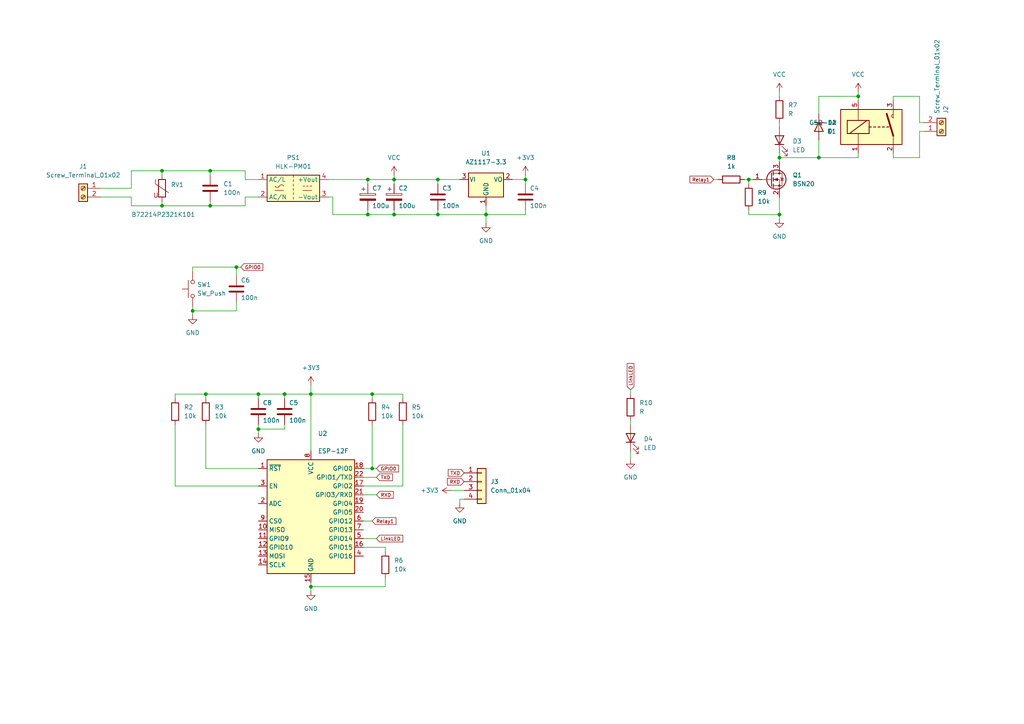
<source format=kicad_sch>
(kicad_sch (version 20211123) (generator eeschema)

  (uuid b3e66eda-f214-4fea-b59d-4897cf96fef3)

  (paper "A4")

  (lib_symbols
    (symbol "Connector:Screw_Terminal_01x02" (pin_names (offset 1.016) hide) (in_bom yes) (on_board yes)
      (property "Reference" "J" (id 0) (at 0 2.54 0)
        (effects (font (size 1.27 1.27)))
      )
      (property "Value" "Screw_Terminal_01x02" (id 1) (at 0 -5.08 0)
        (effects (font (size 1.27 1.27)))
      )
      (property "Footprint" "" (id 2) (at 0 0 0)
        (effects (font (size 1.27 1.27)) hide)
      )
      (property "Datasheet" "~" (id 3) (at 0 0 0)
        (effects (font (size 1.27 1.27)) hide)
      )
      (property "ki_keywords" "screw terminal" (id 4) (at 0 0 0)
        (effects (font (size 1.27 1.27)) hide)
      )
      (property "ki_description" "Generic screw terminal, single row, 01x02, script generated (kicad-library-utils/schlib/autogen/connector/)" (id 5) (at 0 0 0)
        (effects (font (size 1.27 1.27)) hide)
      )
      (property "ki_fp_filters" "TerminalBlock*:*" (id 6) (at 0 0 0)
        (effects (font (size 1.27 1.27)) hide)
      )
      (symbol "Screw_Terminal_01x02_1_1"
        (rectangle (start -1.27 1.27) (end 1.27 -3.81)
          (stroke (width 0.254) (type default) (color 0 0 0 0))
          (fill (type background))
        )
        (circle (center 0 -2.54) (radius 0.635)
          (stroke (width 0.1524) (type default) (color 0 0 0 0))
          (fill (type none))
        )
        (polyline
          (pts
            (xy -0.5334 -2.2098)
            (xy 0.3302 -3.048)
          )
          (stroke (width 0.1524) (type default) (color 0 0 0 0))
          (fill (type none))
        )
        (polyline
          (pts
            (xy -0.5334 0.3302)
            (xy 0.3302 -0.508)
          )
          (stroke (width 0.1524) (type default) (color 0 0 0 0))
          (fill (type none))
        )
        (polyline
          (pts
            (xy -0.3556 -2.032)
            (xy 0.508 -2.8702)
          )
          (stroke (width 0.1524) (type default) (color 0 0 0 0))
          (fill (type none))
        )
        (polyline
          (pts
            (xy -0.3556 0.508)
            (xy 0.508 -0.3302)
          )
          (stroke (width 0.1524) (type default) (color 0 0 0 0))
          (fill (type none))
        )
        (circle (center 0 0) (radius 0.635)
          (stroke (width 0.1524) (type default) (color 0 0 0 0))
          (fill (type none))
        )
        (pin passive line (at -5.08 0 0) (length 3.81)
          (name "Pin_1" (effects (font (size 1.27 1.27))))
          (number "1" (effects (font (size 1.27 1.27))))
        )
        (pin passive line (at -5.08 -2.54 0) (length 3.81)
          (name "Pin_2" (effects (font (size 1.27 1.27))))
          (number "2" (effects (font (size 1.27 1.27))))
        )
      )
    )
    (symbol "Connector_Generic:Conn_01x04" (pin_names (offset 1.016) hide) (in_bom yes) (on_board yes)
      (property "Reference" "J" (id 0) (at 0 5.08 0)
        (effects (font (size 1.27 1.27)))
      )
      (property "Value" "Conn_01x04" (id 1) (at 0 -7.62 0)
        (effects (font (size 1.27 1.27)))
      )
      (property "Footprint" "" (id 2) (at 0 0 0)
        (effects (font (size 1.27 1.27)) hide)
      )
      (property "Datasheet" "~" (id 3) (at 0 0 0)
        (effects (font (size 1.27 1.27)) hide)
      )
      (property "ki_keywords" "connector" (id 4) (at 0 0 0)
        (effects (font (size 1.27 1.27)) hide)
      )
      (property "ki_description" "Generic connector, single row, 01x04, script generated (kicad-library-utils/schlib/autogen/connector/)" (id 5) (at 0 0 0)
        (effects (font (size 1.27 1.27)) hide)
      )
      (property "ki_fp_filters" "Connector*:*_1x??_*" (id 6) (at 0 0 0)
        (effects (font (size 1.27 1.27)) hide)
      )
      (symbol "Conn_01x04_1_1"
        (rectangle (start -1.27 -4.953) (end 0 -5.207)
          (stroke (width 0.1524) (type default) (color 0 0 0 0))
          (fill (type none))
        )
        (rectangle (start -1.27 -2.413) (end 0 -2.667)
          (stroke (width 0.1524) (type default) (color 0 0 0 0))
          (fill (type none))
        )
        (rectangle (start -1.27 0.127) (end 0 -0.127)
          (stroke (width 0.1524) (type default) (color 0 0 0 0))
          (fill (type none))
        )
        (rectangle (start -1.27 2.667) (end 0 2.413)
          (stroke (width 0.1524) (type default) (color 0 0 0 0))
          (fill (type none))
        )
        (rectangle (start -1.27 3.81) (end 1.27 -6.35)
          (stroke (width 0.254) (type default) (color 0 0 0 0))
          (fill (type background))
        )
        (pin passive line (at -5.08 2.54 0) (length 3.81)
          (name "Pin_1" (effects (font (size 1.27 1.27))))
          (number "1" (effects (font (size 1.27 1.27))))
        )
        (pin passive line (at -5.08 0 0) (length 3.81)
          (name "Pin_2" (effects (font (size 1.27 1.27))))
          (number "2" (effects (font (size 1.27 1.27))))
        )
        (pin passive line (at -5.08 -2.54 0) (length 3.81)
          (name "Pin_3" (effects (font (size 1.27 1.27))))
          (number "3" (effects (font (size 1.27 1.27))))
        )
        (pin passive line (at -5.08 -5.08 0) (length 3.81)
          (name "Pin_4" (effects (font (size 1.27 1.27))))
          (number "4" (effects (font (size 1.27 1.27))))
        )
      )
    )
    (symbol "Converter_ACDC:HLK-PM01" (in_bom yes) (on_board yes)
      (property "Reference" "PS" (id 0) (at 0 5.08 0)
        (effects (font (size 1.27 1.27)))
      )
      (property "Value" "HLK-PM01" (id 1) (at 0 -5.08 0)
        (effects (font (size 1.27 1.27)))
      )
      (property "Footprint" "Converter_ACDC:Converter_ACDC_HiLink_HLK-PMxx" (id 2) (at 0 -7.62 0)
        (effects (font (size 1.27 1.27)) hide)
      )
      (property "Datasheet" "http://www.hlktech.net/product_detail.php?ProId=54" (id 3) (at 10.16 -8.89 0)
        (effects (font (size 1.27 1.27)) hide)
      )
      (property "ki_keywords" "AC/DC module power supply" (id 4) (at 0 0 0)
        (effects (font (size 1.27 1.27)) hide)
      )
      (property "ki_description" "Compact AC/DC board mount power module 3W 5V" (id 5) (at 0 0 0)
        (effects (font (size 1.27 1.27)) hide)
      )
      (property "ki_fp_filters" "Converter*ACDC*HiLink*HLK?PM*" (id 6) (at 0 0 0)
        (effects (font (size 1.27 1.27)) hide)
      )
      (symbol "HLK-PM01_0_1"
        (rectangle (start -7.62 3.81) (end 7.62 -3.81)
          (stroke (width 0.254) (type default) (color 0 0 0 0))
          (fill (type background))
        )
        (arc (start -5.334 0.635) (mid -4.699 0.2495) (end -4.064 0.635)
          (stroke (width 0) (type default) (color 0 0 0 0))
          (fill (type none))
        )
        (arc (start -2.794 0.635) (mid -3.429 1.0072) (end -4.064 0.635)
          (stroke (width 0) (type default) (color 0 0 0 0))
          (fill (type none))
        )
        (polyline
          (pts
            (xy -5.334 -0.635)
            (xy -2.794 -0.635)
          )
          (stroke (width 0) (type default) (color 0 0 0 0))
          (fill (type none))
        )
        (polyline
          (pts
            (xy 0 -2.54)
            (xy 0 -3.175)
          )
          (stroke (width 0) (type default) (color 0 0 0 0))
          (fill (type none))
        )
        (polyline
          (pts
            (xy 0 -1.27)
            (xy 0 -1.905)
          )
          (stroke (width 0) (type default) (color 0 0 0 0))
          (fill (type none))
        )
        (polyline
          (pts
            (xy 0 0)
            (xy 0 -0.635)
          )
          (stroke (width 0) (type default) (color 0 0 0 0))
          (fill (type none))
        )
        (polyline
          (pts
            (xy 0 1.27)
            (xy 0 0.635)
          )
          (stroke (width 0) (type default) (color 0 0 0 0))
          (fill (type none))
        )
        (polyline
          (pts
            (xy 0 2.54)
            (xy 0 1.905)
          )
          (stroke (width 0) (type default) (color 0 0 0 0))
          (fill (type none))
        )
        (polyline
          (pts
            (xy 0 3.81)
            (xy 0 3.175)
          )
          (stroke (width 0) (type default) (color 0 0 0 0))
          (fill (type none))
        )
        (polyline
          (pts
            (xy 2.794 -0.635)
            (xy 5.334 -0.635)
          )
          (stroke (width 0) (type default) (color 0 0 0 0))
          (fill (type none))
        )
        (polyline
          (pts
            (xy 2.794 0.635)
            (xy 3.302 0.635)
          )
          (stroke (width 0) (type default) (color 0 0 0 0))
          (fill (type none))
        )
        (polyline
          (pts
            (xy 3.81 0.635)
            (xy 4.318 0.635)
          )
          (stroke (width 0) (type default) (color 0 0 0 0))
          (fill (type none))
        )
        (polyline
          (pts
            (xy 4.826 0.635)
            (xy 5.334 0.635)
          )
          (stroke (width 0) (type default) (color 0 0 0 0))
          (fill (type none))
        )
      )
      (symbol "HLK-PM01_1_1"
        (pin power_in line (at -10.16 2.54 0) (length 2.54)
          (name "AC/L" (effects (font (size 1.27 1.27))))
          (number "1" (effects (font (size 1.27 1.27))))
        )
        (pin power_in line (at -10.16 -2.54 0) (length 2.54)
          (name "AC/N" (effects (font (size 1.27 1.27))))
          (number "2" (effects (font (size 1.27 1.27))))
        )
        (pin power_out line (at 10.16 -2.54 180) (length 2.54)
          (name "-Vout" (effects (font (size 1.27 1.27))))
          (number "3" (effects (font (size 1.27 1.27))))
        )
        (pin power_out line (at 10.16 2.54 180) (length 2.54)
          (name "+Vout" (effects (font (size 1.27 1.27))))
          (number "4" (effects (font (size 1.27 1.27))))
        )
      )
    )
    (symbol "Device:C" (pin_numbers hide) (pin_names (offset 0.254)) (in_bom yes) (on_board yes)
      (property "Reference" "C" (id 0) (at 0.635 2.54 0)
        (effects (font (size 1.27 1.27)) (justify left))
      )
      (property "Value" "C" (id 1) (at 0.635 -2.54 0)
        (effects (font (size 1.27 1.27)) (justify left))
      )
      (property "Footprint" "" (id 2) (at 0.9652 -3.81 0)
        (effects (font (size 1.27 1.27)) hide)
      )
      (property "Datasheet" "~" (id 3) (at 0 0 0)
        (effects (font (size 1.27 1.27)) hide)
      )
      (property "ki_keywords" "cap capacitor" (id 4) (at 0 0 0)
        (effects (font (size 1.27 1.27)) hide)
      )
      (property "ki_description" "Unpolarized capacitor" (id 5) (at 0 0 0)
        (effects (font (size 1.27 1.27)) hide)
      )
      (property "ki_fp_filters" "C_*" (id 6) (at 0 0 0)
        (effects (font (size 1.27 1.27)) hide)
      )
      (symbol "C_0_1"
        (polyline
          (pts
            (xy -2.032 -0.762)
            (xy 2.032 -0.762)
          )
          (stroke (width 0.508) (type default) (color 0 0 0 0))
          (fill (type none))
        )
        (polyline
          (pts
            (xy -2.032 0.762)
            (xy 2.032 0.762)
          )
          (stroke (width 0.508) (type default) (color 0 0 0 0))
          (fill (type none))
        )
      )
      (symbol "C_1_1"
        (pin passive line (at 0 3.81 270) (length 2.794)
          (name "~" (effects (font (size 1.27 1.27))))
          (number "1" (effects (font (size 1.27 1.27))))
        )
        (pin passive line (at 0 -3.81 90) (length 2.794)
          (name "~" (effects (font (size 1.27 1.27))))
          (number "2" (effects (font (size 1.27 1.27))))
        )
      )
    )
    (symbol "Device:C_Polarized" (pin_numbers hide) (pin_names (offset 0.254)) (in_bom yes) (on_board yes)
      (property "Reference" "C" (id 0) (at 0.635 2.54 0)
        (effects (font (size 1.27 1.27)) (justify left))
      )
      (property "Value" "C_Polarized" (id 1) (at 0.635 -2.54 0)
        (effects (font (size 1.27 1.27)) (justify left))
      )
      (property "Footprint" "" (id 2) (at 0.9652 -3.81 0)
        (effects (font (size 1.27 1.27)) hide)
      )
      (property "Datasheet" "~" (id 3) (at 0 0 0)
        (effects (font (size 1.27 1.27)) hide)
      )
      (property "ki_keywords" "cap capacitor" (id 4) (at 0 0 0)
        (effects (font (size 1.27 1.27)) hide)
      )
      (property "ki_description" "Polarized capacitor" (id 5) (at 0 0 0)
        (effects (font (size 1.27 1.27)) hide)
      )
      (property "ki_fp_filters" "CP_*" (id 6) (at 0 0 0)
        (effects (font (size 1.27 1.27)) hide)
      )
      (symbol "C_Polarized_0_1"
        (rectangle (start -2.286 0.508) (end 2.286 1.016)
          (stroke (width 0) (type default) (color 0 0 0 0))
          (fill (type none))
        )
        (polyline
          (pts
            (xy -1.778 2.286)
            (xy -0.762 2.286)
          )
          (stroke (width 0) (type default) (color 0 0 0 0))
          (fill (type none))
        )
        (polyline
          (pts
            (xy -1.27 2.794)
            (xy -1.27 1.778)
          )
          (stroke (width 0) (type default) (color 0 0 0 0))
          (fill (type none))
        )
        (rectangle (start 2.286 -0.508) (end -2.286 -1.016)
          (stroke (width 0) (type default) (color 0 0 0 0))
          (fill (type outline))
        )
      )
      (symbol "C_Polarized_1_1"
        (pin passive line (at 0 3.81 270) (length 2.794)
          (name "~" (effects (font (size 1.27 1.27))))
          (number "1" (effects (font (size 1.27 1.27))))
        )
        (pin passive line (at 0 -3.81 90) (length 2.794)
          (name "~" (effects (font (size 1.27 1.27))))
          (number "2" (effects (font (size 1.27 1.27))))
        )
      )
    )
    (symbol "Device:D" (pin_numbers hide) (pin_names (offset 1.016) hide) (in_bom yes) (on_board yes)
      (property "Reference" "D" (id 0) (at 0 2.54 0)
        (effects (font (size 1.27 1.27)))
      )
      (property "Value" "D" (id 1) (at 0 -2.54 0)
        (effects (font (size 1.27 1.27)))
      )
      (property "Footprint" "" (id 2) (at 0 0 0)
        (effects (font (size 1.27 1.27)) hide)
      )
      (property "Datasheet" "~" (id 3) (at 0 0 0)
        (effects (font (size 1.27 1.27)) hide)
      )
      (property "ki_keywords" "diode" (id 4) (at 0 0 0)
        (effects (font (size 1.27 1.27)) hide)
      )
      (property "ki_description" "Diode" (id 5) (at 0 0 0)
        (effects (font (size 1.27 1.27)) hide)
      )
      (property "ki_fp_filters" "TO-???* *_Diode_* *SingleDiode* D_*" (id 6) (at 0 0 0)
        (effects (font (size 1.27 1.27)) hide)
      )
      (symbol "D_0_1"
        (polyline
          (pts
            (xy -1.27 1.27)
            (xy -1.27 -1.27)
          )
          (stroke (width 0.254) (type default) (color 0 0 0 0))
          (fill (type none))
        )
        (polyline
          (pts
            (xy 1.27 0)
            (xy -1.27 0)
          )
          (stroke (width 0) (type default) (color 0 0 0 0))
          (fill (type none))
        )
        (polyline
          (pts
            (xy 1.27 1.27)
            (xy 1.27 -1.27)
            (xy -1.27 0)
            (xy 1.27 1.27)
          )
          (stroke (width 0.254) (type default) (color 0 0 0 0))
          (fill (type none))
        )
      )
      (symbol "D_1_1"
        (pin passive line (at -3.81 0 0) (length 2.54)
          (name "K" (effects (font (size 1.27 1.27))))
          (number "1" (effects (font (size 1.27 1.27))))
        )
        (pin passive line (at 3.81 0 180) (length 2.54)
          (name "A" (effects (font (size 1.27 1.27))))
          (number "2" (effects (font (size 1.27 1.27))))
        )
      )
    )
    (symbol "Device:LED" (pin_numbers hide) (pin_names (offset 1.016) hide) (in_bom yes) (on_board yes)
      (property "Reference" "D" (id 0) (at 0 2.54 0)
        (effects (font (size 1.27 1.27)))
      )
      (property "Value" "LED" (id 1) (at 0 -2.54 0)
        (effects (font (size 1.27 1.27)))
      )
      (property "Footprint" "" (id 2) (at 0 0 0)
        (effects (font (size 1.27 1.27)) hide)
      )
      (property "Datasheet" "~" (id 3) (at 0 0 0)
        (effects (font (size 1.27 1.27)) hide)
      )
      (property "ki_keywords" "LED diode" (id 4) (at 0 0 0)
        (effects (font (size 1.27 1.27)) hide)
      )
      (property "ki_description" "Light emitting diode" (id 5) (at 0 0 0)
        (effects (font (size 1.27 1.27)) hide)
      )
      (property "ki_fp_filters" "LED* LED_SMD:* LED_THT:*" (id 6) (at 0 0 0)
        (effects (font (size 1.27 1.27)) hide)
      )
      (symbol "LED_0_1"
        (polyline
          (pts
            (xy -1.27 -1.27)
            (xy -1.27 1.27)
          )
          (stroke (width 0.254) (type default) (color 0 0 0 0))
          (fill (type none))
        )
        (polyline
          (pts
            (xy -1.27 0)
            (xy 1.27 0)
          )
          (stroke (width 0) (type default) (color 0 0 0 0))
          (fill (type none))
        )
        (polyline
          (pts
            (xy 1.27 -1.27)
            (xy 1.27 1.27)
            (xy -1.27 0)
            (xy 1.27 -1.27)
          )
          (stroke (width 0.254) (type default) (color 0 0 0 0))
          (fill (type none))
        )
        (polyline
          (pts
            (xy -3.048 -0.762)
            (xy -4.572 -2.286)
            (xy -3.81 -2.286)
            (xy -4.572 -2.286)
            (xy -4.572 -1.524)
          )
          (stroke (width 0) (type default) (color 0 0 0 0))
          (fill (type none))
        )
        (polyline
          (pts
            (xy -1.778 -0.762)
            (xy -3.302 -2.286)
            (xy -2.54 -2.286)
            (xy -3.302 -2.286)
            (xy -3.302 -1.524)
          )
          (stroke (width 0) (type default) (color 0 0 0 0))
          (fill (type none))
        )
      )
      (symbol "LED_1_1"
        (pin passive line (at -3.81 0 0) (length 2.54)
          (name "K" (effects (font (size 1.27 1.27))))
          (number "1" (effects (font (size 1.27 1.27))))
        )
        (pin passive line (at 3.81 0 180) (length 2.54)
          (name "A" (effects (font (size 1.27 1.27))))
          (number "2" (effects (font (size 1.27 1.27))))
        )
      )
    )
    (symbol "Device:R" (pin_numbers hide) (pin_names (offset 0)) (in_bom yes) (on_board yes)
      (property "Reference" "R" (id 0) (at 2.032 0 90)
        (effects (font (size 1.27 1.27)))
      )
      (property "Value" "R" (id 1) (at 0 0 90)
        (effects (font (size 1.27 1.27)))
      )
      (property "Footprint" "" (id 2) (at -1.778 0 90)
        (effects (font (size 1.27 1.27)) hide)
      )
      (property "Datasheet" "~" (id 3) (at 0 0 0)
        (effects (font (size 1.27 1.27)) hide)
      )
      (property "ki_keywords" "R res resistor" (id 4) (at 0 0 0)
        (effects (font (size 1.27 1.27)) hide)
      )
      (property "ki_description" "Resistor" (id 5) (at 0 0 0)
        (effects (font (size 1.27 1.27)) hide)
      )
      (property "ki_fp_filters" "R_*" (id 6) (at 0 0 0)
        (effects (font (size 1.27 1.27)) hide)
      )
      (symbol "R_0_1"
        (rectangle (start -1.016 -2.54) (end 1.016 2.54)
          (stroke (width 0.254) (type default) (color 0 0 0 0))
          (fill (type none))
        )
      )
      (symbol "R_1_1"
        (pin passive line (at 0 3.81 270) (length 1.27)
          (name "~" (effects (font (size 1.27 1.27))))
          (number "1" (effects (font (size 1.27 1.27))))
        )
        (pin passive line (at 0 -3.81 90) (length 1.27)
          (name "~" (effects (font (size 1.27 1.27))))
          (number "2" (effects (font (size 1.27 1.27))))
        )
      )
    )
    (symbol "Device:Varistor" (pin_numbers hide) (pin_names (offset 0)) (in_bom yes) (on_board yes)
      (property "Reference" "RV" (id 0) (at 3.175 0 90)
        (effects (font (size 1.27 1.27)))
      )
      (property "Value" "Varistor" (id 1) (at -3.175 0 90)
        (effects (font (size 1.27 1.27)))
      )
      (property "Footprint" "" (id 2) (at -1.778 0 90)
        (effects (font (size 1.27 1.27)) hide)
      )
      (property "Datasheet" "~" (id 3) (at 0 0 0)
        (effects (font (size 1.27 1.27)) hide)
      )
      (property "ki_keywords" "VDR resistance" (id 4) (at 0 0 0)
        (effects (font (size 1.27 1.27)) hide)
      )
      (property "ki_description" "Voltage dependent resistor" (id 5) (at 0 0 0)
        (effects (font (size 1.27 1.27)) hide)
      )
      (property "ki_fp_filters" "RV_* Varistor*" (id 6) (at 0 0 0)
        (effects (font (size 1.27 1.27)) hide)
      )
      (symbol "Varistor_0_0"
        (text "U" (at -1.778 -2.032 0)
          (effects (font (size 1.27 1.27)))
        )
      )
      (symbol "Varistor_0_1"
        (rectangle (start -1.016 -2.54) (end 1.016 2.54)
          (stroke (width 0.254) (type default) (color 0 0 0 0))
          (fill (type none))
        )
        (polyline
          (pts
            (xy -1.905 2.54)
            (xy -1.905 1.27)
            (xy 1.905 -1.27)
          )
          (stroke (width 0) (type default) (color 0 0 0 0))
          (fill (type none))
        )
      )
      (symbol "Varistor_1_1"
        (pin passive line (at 0 3.81 270) (length 1.27)
          (name "~" (effects (font (size 1.27 1.27))))
          (number "1" (effects (font (size 1.27 1.27))))
        )
        (pin passive line (at 0 -3.81 90) (length 1.27)
          (name "~" (effects (font (size 1.27 1.27))))
          (number "2" (effects (font (size 1.27 1.27))))
        )
      )
    )
    (symbol "RF_Module:ESP-12F" (in_bom yes) (on_board yes)
      (property "Reference" "U" (id 0) (at -12.7 19.05 0)
        (effects (font (size 1.27 1.27)) (justify left))
      )
      (property "Value" "ESP-12F" (id 1) (at 12.7 19.05 0)
        (effects (font (size 1.27 1.27)) (justify right))
      )
      (property "Footprint" "RF_Module:ESP-12E" (id 2) (at 0 0 0)
        (effects (font (size 1.27 1.27)) hide)
      )
      (property "Datasheet" "http://wiki.ai-thinker.com/_media/esp8266/esp8266_series_modules_user_manual_v1.1.pdf" (id 3) (at -8.89 2.54 0)
        (effects (font (size 1.27 1.27)) hide)
      )
      (property "ki_keywords" "802.11 Wi-Fi" (id 4) (at 0 0 0)
        (effects (font (size 1.27 1.27)) hide)
      )
      (property "ki_description" "802.11 b/g/n Wi-Fi Module" (id 5) (at 0 0 0)
        (effects (font (size 1.27 1.27)) hide)
      )
      (property "ki_fp_filters" "ESP?12*" (id 6) (at 0 0 0)
        (effects (font (size 1.27 1.27)) hide)
      )
      (symbol "ESP-12F_0_1"
        (rectangle (start -12.7 17.78) (end 12.7 -15.24)
          (stroke (width 0.254) (type default) (color 0 0 0 0))
          (fill (type background))
        )
      )
      (symbol "ESP-12F_1_1"
        (pin input line (at -15.24 15.24 0) (length 2.54)
          (name "~{RST}" (effects (font (size 1.27 1.27))))
          (number "1" (effects (font (size 1.27 1.27))))
        )
        (pin bidirectional line (at -15.24 -2.54 0) (length 2.54)
          (name "MISO" (effects (font (size 1.27 1.27))))
          (number "10" (effects (font (size 1.27 1.27))))
        )
        (pin bidirectional line (at -15.24 -5.08 0) (length 2.54)
          (name "GPIO9" (effects (font (size 1.27 1.27))))
          (number "11" (effects (font (size 1.27 1.27))))
        )
        (pin bidirectional line (at -15.24 -7.62 0) (length 2.54)
          (name "GPIO10" (effects (font (size 1.27 1.27))))
          (number "12" (effects (font (size 1.27 1.27))))
        )
        (pin bidirectional line (at -15.24 -10.16 0) (length 2.54)
          (name "MOSI" (effects (font (size 1.27 1.27))))
          (number "13" (effects (font (size 1.27 1.27))))
        )
        (pin bidirectional line (at -15.24 -12.7 0) (length 2.54)
          (name "SCLK" (effects (font (size 1.27 1.27))))
          (number "14" (effects (font (size 1.27 1.27))))
        )
        (pin power_in line (at 0 -17.78 90) (length 2.54)
          (name "GND" (effects (font (size 1.27 1.27))))
          (number "15" (effects (font (size 1.27 1.27))))
        )
        (pin bidirectional line (at 15.24 -7.62 180) (length 2.54)
          (name "GPIO15" (effects (font (size 1.27 1.27))))
          (number "16" (effects (font (size 1.27 1.27))))
        )
        (pin bidirectional line (at 15.24 10.16 180) (length 2.54)
          (name "GPIO2" (effects (font (size 1.27 1.27))))
          (number "17" (effects (font (size 1.27 1.27))))
        )
        (pin bidirectional line (at 15.24 15.24 180) (length 2.54)
          (name "GPIO0" (effects (font (size 1.27 1.27))))
          (number "18" (effects (font (size 1.27 1.27))))
        )
        (pin bidirectional line (at 15.24 5.08 180) (length 2.54)
          (name "GPIO4" (effects (font (size 1.27 1.27))))
          (number "19" (effects (font (size 1.27 1.27))))
        )
        (pin input line (at -15.24 5.08 0) (length 2.54)
          (name "ADC" (effects (font (size 1.27 1.27))))
          (number "2" (effects (font (size 1.27 1.27))))
        )
        (pin bidirectional line (at 15.24 2.54 180) (length 2.54)
          (name "GPIO5" (effects (font (size 1.27 1.27))))
          (number "20" (effects (font (size 1.27 1.27))))
        )
        (pin bidirectional line (at 15.24 7.62 180) (length 2.54)
          (name "GPIO3/RXD" (effects (font (size 1.27 1.27))))
          (number "21" (effects (font (size 1.27 1.27))))
        )
        (pin bidirectional line (at 15.24 12.7 180) (length 2.54)
          (name "GPIO1/TXD" (effects (font (size 1.27 1.27))))
          (number "22" (effects (font (size 1.27 1.27))))
        )
        (pin input line (at -15.24 10.16 0) (length 2.54)
          (name "EN" (effects (font (size 1.27 1.27))))
          (number "3" (effects (font (size 1.27 1.27))))
        )
        (pin bidirectional line (at 15.24 -10.16 180) (length 2.54)
          (name "GPIO16" (effects (font (size 1.27 1.27))))
          (number "4" (effects (font (size 1.27 1.27))))
        )
        (pin bidirectional line (at 15.24 -5.08 180) (length 2.54)
          (name "GPIO14" (effects (font (size 1.27 1.27))))
          (number "5" (effects (font (size 1.27 1.27))))
        )
        (pin bidirectional line (at 15.24 0 180) (length 2.54)
          (name "GPIO12" (effects (font (size 1.27 1.27))))
          (number "6" (effects (font (size 1.27 1.27))))
        )
        (pin bidirectional line (at 15.24 -2.54 180) (length 2.54)
          (name "GPIO13" (effects (font (size 1.27 1.27))))
          (number "7" (effects (font (size 1.27 1.27))))
        )
        (pin power_in line (at 0 20.32 270) (length 2.54)
          (name "VCC" (effects (font (size 1.27 1.27))))
          (number "8" (effects (font (size 1.27 1.27))))
        )
        (pin input line (at -15.24 0 0) (length 2.54)
          (name "CS0" (effects (font (size 1.27 1.27))))
          (number "9" (effects (font (size 1.27 1.27))))
        )
      )
    )
    (symbol "Regulator_Linear:AZ1117-3.3" (pin_names (offset 0.254)) (in_bom yes) (on_board yes)
      (property "Reference" "U" (id 0) (at -3.81 3.175 0)
        (effects (font (size 1.27 1.27)))
      )
      (property "Value" "AZ1117-3.3" (id 1) (at 0 3.175 0)
        (effects (font (size 1.27 1.27)) (justify left))
      )
      (property "Footprint" "" (id 2) (at 0 6.35 0)
        (effects (font (size 1.27 1.27) italic) hide)
      )
      (property "Datasheet" "https://www.diodes.com/assets/Datasheets/AZ1117.pdf" (id 3) (at 0 0 0)
        (effects (font (size 1.27 1.27)) hide)
      )
      (property "ki_keywords" "Fixed Voltage Regulator 1A Positive LDO" (id 4) (at 0 0 0)
        (effects (font (size 1.27 1.27)) hide)
      )
      (property "ki_description" "1A 20V Fixed LDO Linear Regulator, 3.3V, SOT-89/SOT-223/TO-220/TO-252/TO-263" (id 5) (at 0 0 0)
        (effects (font (size 1.27 1.27)) hide)
      )
      (property "ki_fp_filters" "SOT?223* SOT?89* TO?220* TO?252* TO?263*" (id 6) (at 0 0 0)
        (effects (font (size 1.27 1.27)) hide)
      )
      (symbol "AZ1117-3.3_0_1"
        (rectangle (start -5.08 1.905) (end 5.08 -5.08)
          (stroke (width 0.254) (type default) (color 0 0 0 0))
          (fill (type background))
        )
      )
      (symbol "AZ1117-3.3_1_1"
        (pin power_in line (at 0 -7.62 90) (length 2.54)
          (name "GND" (effects (font (size 1.27 1.27))))
          (number "1" (effects (font (size 1.27 1.27))))
        )
        (pin power_out line (at 7.62 0 180) (length 2.54)
          (name "VO" (effects (font (size 1.27 1.27))))
          (number "2" (effects (font (size 1.27 1.27))))
        )
        (pin power_in line (at -7.62 0 0) (length 2.54)
          (name "VI" (effects (font (size 1.27 1.27))))
          (number "3" (effects (font (size 1.27 1.27))))
        )
      )
    )
    (symbol "Relay:G5Q-1A" (in_bom yes) (on_board yes)
      (property "Reference" "K" (id 0) (at 8.89 3.81 0)
        (effects (font (size 1.27 1.27)) (justify left))
      )
      (property "Value" "G5Q-1A" (id 1) (at 8.89 1.27 0)
        (effects (font (size 1.27 1.27)) (justify left))
      )
      (property "Footprint" "Relay_THT:Relay_SPST_Omron-G5Q-1A" (id 2) (at 8.89 -1.27 0)
        (effects (font (size 1.27 1.27)) (justify left) hide)
      )
      (property "Datasheet" "https://www.omron.com/ecb/products/pdf/en-g5q.pdf" (id 3) (at 0 0 0)
        (effects (font (size 1.27 1.27)) hide)
      )
      (property "ki_keywords" "Miniature Single Pole Relay" (id 4) (at 0 0 0)
        (effects (font (size 1.27 1.27)) hide)
      )
      (property "ki_description" "Omron G5Q relay, Miniature Single Pole, SPST-NO, 10A" (id 5) (at 0 0 0)
        (effects (font (size 1.27 1.27)) hide)
      )
      (property "ki_fp_filters" "Relay*SPST*Omron*G5Q*" (id 6) (at 0 0 0)
        (effects (font (size 1.27 1.27)) hide)
      )
      (symbol "G5Q-1A_0_0"
        (polyline
          (pts
            (xy 5.08 5.08)
            (xy 5.08 2.54)
            (xy 4.445 3.175)
            (xy 5.08 3.81)
          )
          (stroke (width 0) (type default) (color 0 0 0 0))
          (fill (type none))
        )
      )
      (symbol "G5Q-1A_0_1"
        (rectangle (start -10.16 5.08) (end 7.62 -5.08)
          (stroke (width 0.254) (type default) (color 0 0 0 0))
          (fill (type background))
        )
        (rectangle (start -8.255 1.905) (end -1.905 -1.905)
          (stroke (width 0.254) (type default) (color 0 0 0 0))
          (fill (type none))
        )
        (polyline
          (pts
            (xy -7.62 -1.905)
            (xy -2.54 1.905)
          )
          (stroke (width 0.254) (type default) (color 0 0 0 0))
          (fill (type none))
        )
        (polyline
          (pts
            (xy -5.08 -5.08)
            (xy -5.08 -1.905)
          )
          (stroke (width 0) (type default) (color 0 0 0 0))
          (fill (type none))
        )
        (polyline
          (pts
            (xy -5.08 5.08)
            (xy -5.08 1.905)
          )
          (stroke (width 0) (type default) (color 0 0 0 0))
          (fill (type none))
        )
        (polyline
          (pts
            (xy -1.905 0)
            (xy -1.27 0)
          )
          (stroke (width 0.254) (type default) (color 0 0 0 0))
          (fill (type none))
        )
        (polyline
          (pts
            (xy -0.635 0)
            (xy 0 0)
          )
          (stroke (width 0.254) (type default) (color 0 0 0 0))
          (fill (type none))
        )
        (polyline
          (pts
            (xy 0.635 0)
            (xy 1.27 0)
          )
          (stroke (width 0.254) (type default) (color 0 0 0 0))
          (fill (type none))
        )
        (polyline
          (pts
            (xy 1.905 0)
            (xy 2.54 0)
          )
          (stroke (width 0.254) (type default) (color 0 0 0 0))
          (fill (type none))
        )
        (polyline
          (pts
            (xy 3.175 0)
            (xy 3.81 0)
          )
          (stroke (width 0.254) (type default) (color 0 0 0 0))
          (fill (type none))
        )
        (polyline
          (pts
            (xy 5.08 -2.54)
            (xy 3.175 3.81)
          )
          (stroke (width 0.508) (type default) (color 0 0 0 0))
          (fill (type none))
        )
        (polyline
          (pts
            (xy 5.08 -2.54)
            (xy 5.08 -5.08)
          )
          (stroke (width 0) (type default) (color 0 0 0 0))
          (fill (type none))
        )
      )
      (symbol "G5Q-1A_1_1"
        (pin passive line (at -5.08 -7.62 90) (length 2.54)
          (name "~" (effects (font (size 1.27 1.27))))
          (number "1" (effects (font (size 1.27 1.27))))
        )
        (pin passive line (at 5.08 -7.62 90) (length 2.54)
          (name "~" (effects (font (size 1.27 1.27))))
          (number "2" (effects (font (size 1.27 1.27))))
        )
        (pin passive line (at 5.08 7.62 270) (length 2.54)
          (name "~" (effects (font (size 1.27 1.27))))
          (number "3" (effects (font (size 1.27 1.27))))
        )
        (pin passive line (at -5.08 7.62 270) (length 2.54)
          (name "~" (effects (font (size 1.27 1.27))))
          (number "5" (effects (font (size 1.27 1.27))))
        )
      )
    )
    (symbol "Switch:SW_Push" (pin_numbers hide) (pin_names (offset 1.016) hide) (in_bom yes) (on_board yes)
      (property "Reference" "SW" (id 0) (at 1.27 2.54 0)
        (effects (font (size 1.27 1.27)) (justify left))
      )
      (property "Value" "SW_Push" (id 1) (at 0 -1.524 0)
        (effects (font (size 1.27 1.27)))
      )
      (property "Footprint" "" (id 2) (at 0 5.08 0)
        (effects (font (size 1.27 1.27)) hide)
      )
      (property "Datasheet" "~" (id 3) (at 0 5.08 0)
        (effects (font (size 1.27 1.27)) hide)
      )
      (property "ki_keywords" "switch normally-open pushbutton push-button" (id 4) (at 0 0 0)
        (effects (font (size 1.27 1.27)) hide)
      )
      (property "ki_description" "Push button switch, generic, two pins" (id 5) (at 0 0 0)
        (effects (font (size 1.27 1.27)) hide)
      )
      (symbol "SW_Push_0_1"
        (circle (center -2.032 0) (radius 0.508)
          (stroke (width 0) (type default) (color 0 0 0 0))
          (fill (type none))
        )
        (polyline
          (pts
            (xy 0 1.27)
            (xy 0 3.048)
          )
          (stroke (width 0) (type default) (color 0 0 0 0))
          (fill (type none))
        )
        (polyline
          (pts
            (xy 2.54 1.27)
            (xy -2.54 1.27)
          )
          (stroke (width 0) (type default) (color 0 0 0 0))
          (fill (type none))
        )
        (circle (center 2.032 0) (radius 0.508)
          (stroke (width 0) (type default) (color 0 0 0 0))
          (fill (type none))
        )
        (pin passive line (at -5.08 0 0) (length 2.54)
          (name "1" (effects (font (size 1.27 1.27))))
          (number "1" (effects (font (size 1.27 1.27))))
        )
        (pin passive line (at 5.08 0 180) (length 2.54)
          (name "2" (effects (font (size 1.27 1.27))))
          (number "2" (effects (font (size 1.27 1.27))))
        )
      )
    )
    (symbol "Transistor_FET:BSN20" (pin_names hide) (in_bom yes) (on_board yes)
      (property "Reference" "Q" (id 0) (at 5.08 1.905 0)
        (effects (font (size 1.27 1.27)) (justify left))
      )
      (property "Value" "BSN20" (id 1) (at 5.08 0 0)
        (effects (font (size 1.27 1.27)) (justify left))
      )
      (property "Footprint" "Package_TO_SOT_SMD:SOT-23" (id 2) (at 5.08 -1.905 0)
        (effects (font (size 1.27 1.27) italic) (justify left) hide)
      )
      (property "Datasheet" "http://www.diodes.com/assets/Datasheets/ds31898.pdf" (id 3) (at 0 0 0)
        (effects (font (size 1.27 1.27)) (justify left) hide)
      )
      (property "ki_keywords" "N-Channel MOSFET" (id 4) (at 0 0 0)
        (effects (font (size 1.27 1.27)) hide)
      )
      (property "ki_description" "0.5A Id, 50V Vds, N-Channel MOSFET, SOT-23" (id 5) (at 0 0 0)
        (effects (font (size 1.27 1.27)) hide)
      )
      (property "ki_fp_filters" "SOT?23*" (id 6) (at 0 0 0)
        (effects (font (size 1.27 1.27)) hide)
      )
      (symbol "BSN20_0_1"
        (polyline
          (pts
            (xy 0.254 0)
            (xy -2.54 0)
          )
          (stroke (width 0) (type default) (color 0 0 0 0))
          (fill (type none))
        )
        (polyline
          (pts
            (xy 0.254 1.905)
            (xy 0.254 -1.905)
          )
          (stroke (width 0.254) (type default) (color 0 0 0 0))
          (fill (type none))
        )
        (polyline
          (pts
            (xy 0.762 -1.27)
            (xy 0.762 -2.286)
          )
          (stroke (width 0.254) (type default) (color 0 0 0 0))
          (fill (type none))
        )
        (polyline
          (pts
            (xy 0.762 0.508)
            (xy 0.762 -0.508)
          )
          (stroke (width 0.254) (type default) (color 0 0 0 0))
          (fill (type none))
        )
        (polyline
          (pts
            (xy 0.762 2.286)
            (xy 0.762 1.27)
          )
          (stroke (width 0.254) (type default) (color 0 0 0 0))
          (fill (type none))
        )
        (polyline
          (pts
            (xy 2.54 2.54)
            (xy 2.54 1.778)
          )
          (stroke (width 0) (type default) (color 0 0 0 0))
          (fill (type none))
        )
        (polyline
          (pts
            (xy 2.54 -2.54)
            (xy 2.54 0)
            (xy 0.762 0)
          )
          (stroke (width 0) (type default) (color 0 0 0 0))
          (fill (type none))
        )
        (polyline
          (pts
            (xy 0.762 -1.778)
            (xy 3.302 -1.778)
            (xy 3.302 1.778)
            (xy 0.762 1.778)
          )
          (stroke (width 0) (type default) (color 0 0 0 0))
          (fill (type none))
        )
        (polyline
          (pts
            (xy 1.016 0)
            (xy 2.032 0.381)
            (xy 2.032 -0.381)
            (xy 1.016 0)
          )
          (stroke (width 0) (type default) (color 0 0 0 0))
          (fill (type outline))
        )
        (polyline
          (pts
            (xy 2.794 0.508)
            (xy 2.921 0.381)
            (xy 3.683 0.381)
            (xy 3.81 0.254)
          )
          (stroke (width 0) (type default) (color 0 0 0 0))
          (fill (type none))
        )
        (polyline
          (pts
            (xy 3.302 0.381)
            (xy 2.921 -0.254)
            (xy 3.683 -0.254)
            (xy 3.302 0.381)
          )
          (stroke (width 0) (type default) (color 0 0 0 0))
          (fill (type none))
        )
        (circle (center 1.651 0) (radius 2.794)
          (stroke (width 0.254) (type default) (color 0 0 0 0))
          (fill (type none))
        )
        (circle (center 2.54 -1.778) (radius 0.254)
          (stroke (width 0) (type default) (color 0 0 0 0))
          (fill (type outline))
        )
        (circle (center 2.54 1.778) (radius 0.254)
          (stroke (width 0) (type default) (color 0 0 0 0))
          (fill (type outline))
        )
      )
      (symbol "BSN20_1_1"
        (pin input line (at -5.08 0 0) (length 2.54)
          (name "G" (effects (font (size 1.27 1.27))))
          (number "1" (effects (font (size 1.27 1.27))))
        )
        (pin passive line (at 2.54 -5.08 90) (length 2.54)
          (name "S" (effects (font (size 1.27 1.27))))
          (number "2" (effects (font (size 1.27 1.27))))
        )
        (pin passive line (at 2.54 5.08 270) (length 2.54)
          (name "D" (effects (font (size 1.27 1.27))))
          (number "3" (effects (font (size 1.27 1.27))))
        )
      )
    )
    (symbol "power:+3V3" (power) (pin_names (offset 0)) (in_bom yes) (on_board yes)
      (property "Reference" "#PWR" (id 0) (at 0 -3.81 0)
        (effects (font (size 1.27 1.27)) hide)
      )
      (property "Value" "+3V3" (id 1) (at 0 3.556 0)
        (effects (font (size 1.27 1.27)))
      )
      (property "Footprint" "" (id 2) (at 0 0 0)
        (effects (font (size 1.27 1.27)) hide)
      )
      (property "Datasheet" "" (id 3) (at 0 0 0)
        (effects (font (size 1.27 1.27)) hide)
      )
      (property "ki_keywords" "power-flag" (id 4) (at 0 0 0)
        (effects (font (size 1.27 1.27)) hide)
      )
      (property "ki_description" "Power symbol creates a global label with name \"+3V3\"" (id 5) (at 0 0 0)
        (effects (font (size 1.27 1.27)) hide)
      )
      (symbol "+3V3_0_1"
        (polyline
          (pts
            (xy -0.762 1.27)
            (xy 0 2.54)
          )
          (stroke (width 0) (type default) (color 0 0 0 0))
          (fill (type none))
        )
        (polyline
          (pts
            (xy 0 0)
            (xy 0 2.54)
          )
          (stroke (width 0) (type default) (color 0 0 0 0))
          (fill (type none))
        )
        (polyline
          (pts
            (xy 0 2.54)
            (xy 0.762 1.27)
          )
          (stroke (width 0) (type default) (color 0 0 0 0))
          (fill (type none))
        )
      )
      (symbol "+3V3_1_1"
        (pin power_in line (at 0 0 90) (length 0) hide
          (name "+3V3" (effects (font (size 1.27 1.27))))
          (number "1" (effects (font (size 1.27 1.27))))
        )
      )
    )
    (symbol "power:GND" (power) (pin_names (offset 0)) (in_bom yes) (on_board yes)
      (property "Reference" "#PWR" (id 0) (at 0 -6.35 0)
        (effects (font (size 1.27 1.27)) hide)
      )
      (property "Value" "GND" (id 1) (at 0 -3.81 0)
        (effects (font (size 1.27 1.27)))
      )
      (property "Footprint" "" (id 2) (at 0 0 0)
        (effects (font (size 1.27 1.27)) hide)
      )
      (property "Datasheet" "" (id 3) (at 0 0 0)
        (effects (font (size 1.27 1.27)) hide)
      )
      (property "ki_keywords" "power-flag" (id 4) (at 0 0 0)
        (effects (font (size 1.27 1.27)) hide)
      )
      (property "ki_description" "Power symbol creates a global label with name \"GND\" , ground" (id 5) (at 0 0 0)
        (effects (font (size 1.27 1.27)) hide)
      )
      (symbol "GND_0_1"
        (polyline
          (pts
            (xy 0 0)
            (xy 0 -1.27)
            (xy 1.27 -1.27)
            (xy 0 -2.54)
            (xy -1.27 -1.27)
            (xy 0 -1.27)
          )
          (stroke (width 0) (type default) (color 0 0 0 0))
          (fill (type none))
        )
      )
      (symbol "GND_1_1"
        (pin power_in line (at 0 0 270) (length 0) hide
          (name "GND" (effects (font (size 1.27 1.27))))
          (number "1" (effects (font (size 1.27 1.27))))
        )
      )
    )
    (symbol "power:VCC" (power) (pin_names (offset 0)) (in_bom yes) (on_board yes)
      (property "Reference" "#PWR" (id 0) (at 0 -3.81 0)
        (effects (font (size 1.27 1.27)) hide)
      )
      (property "Value" "VCC" (id 1) (at 0 3.81 0)
        (effects (font (size 1.27 1.27)))
      )
      (property "Footprint" "" (id 2) (at 0 0 0)
        (effects (font (size 1.27 1.27)) hide)
      )
      (property "Datasheet" "" (id 3) (at 0 0 0)
        (effects (font (size 1.27 1.27)) hide)
      )
      (property "ki_keywords" "power-flag" (id 4) (at 0 0 0)
        (effects (font (size 1.27 1.27)) hide)
      )
      (property "ki_description" "Power symbol creates a global label with name \"VCC\"" (id 5) (at 0 0 0)
        (effects (font (size 1.27 1.27)) hide)
      )
      (symbol "VCC_0_1"
        (polyline
          (pts
            (xy -0.762 1.27)
            (xy 0 2.54)
          )
          (stroke (width 0) (type default) (color 0 0 0 0))
          (fill (type none))
        )
        (polyline
          (pts
            (xy 0 0)
            (xy 0 2.54)
          )
          (stroke (width 0) (type default) (color 0 0 0 0))
          (fill (type none))
        )
        (polyline
          (pts
            (xy 0 2.54)
            (xy 0.762 1.27)
          )
          (stroke (width 0) (type default) (color 0 0 0 0))
          (fill (type none))
        )
      )
      (symbol "VCC_1_1"
        (pin power_in line (at 0 0 90) (length 0) hide
          (name "VCC" (effects (font (size 1.27 1.27))))
          (number "1" (effects (font (size 1.27 1.27))))
        )
      )
    )
  )

  (junction (at 226.06 45.72) (diameter 0) (color 0 0 0 0)
    (uuid 07909167-3d8a-4bbc-8052-8fe0ff326311)
  )
  (junction (at 90.17 170.18) (diameter 0) (color 0 0 0 0)
    (uuid 0dabfc08-89d6-4d2b-b5ee-e11d203f02ea)
  )
  (junction (at 226.06 62.23) (diameter 0) (color 0 0 0 0)
    (uuid 0e128717-4d65-419b-ae04-e97dd2986e90)
  )
  (junction (at 152.4 52.07) (diameter 0) (color 0 0 0 0)
    (uuid 113a7207-0ff8-4b9d-85f5-82e642ae96dd)
  )
  (junction (at 82.55 114.3) (diameter 0) (color 0 0 0 0)
    (uuid 116d8c68-84d5-42e8-b5de-56c12b56cee3)
  )
  (junction (at 106.68 52.07) (diameter 0) (color 0 0 0 0)
    (uuid 13547715-4801-4877-9902-618c77520241)
  )
  (junction (at 237.49 45.72) (diameter 0) (color 0 0 0 0)
    (uuid 1aebd297-0334-4fbc-9d3e-c7ecaa3d086f)
  )
  (junction (at 60.96 49.53) (diameter 0) (color 0 0 0 0)
    (uuid 209b2041-7554-4a2a-9688-fa9f52564e1c)
  )
  (junction (at 248.92 27.94) (diameter 0) (color 0 0 0 0)
    (uuid 21820e01-ea6a-4431-b011-515920a55cff)
  )
  (junction (at 59.69 114.3) (diameter 0) (color 0 0 0 0)
    (uuid 48756a6b-628c-4026-b4d0-b882a042e97c)
  )
  (junction (at 127 52.07) (diameter 0) (color 0 0 0 0)
    (uuid 5907daaa-1620-4133-bad6-2be698ad3da7)
  )
  (junction (at 55.88 90.17) (diameter 0) (color 0 0 0 0)
    (uuid 68127279-0f02-4308-8899-0f3084503d13)
  )
  (junction (at 217.17 52.07) (diameter 0) (color 0 0 0 0)
    (uuid 685224b5-d928-4935-938c-489185db44e8)
  )
  (junction (at 114.3 62.23) (diameter 0) (color 0 0 0 0)
    (uuid 875a6b7c-6bd5-4a1a-bbd1-6009cdfc23c0)
  )
  (junction (at 74.93 124.46) (diameter 0) (color 0 0 0 0)
    (uuid 917b4f78-5a1a-4854-aecd-fa927967eba6)
  )
  (junction (at 46.99 49.53) (diameter 0) (color 0 0 0 0)
    (uuid 9edd160d-6237-4c94-82ef-3df579665eb8)
  )
  (junction (at 60.96 59.69) (diameter 0) (color 0 0 0 0)
    (uuid a2e261de-3dfe-42a9-a5e3-6d5348e9fd38)
  )
  (junction (at 114.3 52.07) (diameter 0) (color 0 0 0 0)
    (uuid a8512cc7-3218-483e-9d71-14f3e67b2f18)
  )
  (junction (at 68.58 77.47) (diameter 0) (color 0 0 0 0)
    (uuid afd80717-7845-4f49-9b88-b878ab3dae60)
  )
  (junction (at 127 62.23) (diameter 0) (color 0 0 0 0)
    (uuid b249458f-2d41-4a20-8345-a4bad73d4626)
  )
  (junction (at 140.97 62.23) (diameter 0) (color 0 0 0 0)
    (uuid c6848ad6-67f3-4c36-9a64-3e0ab8a1daa7)
  )
  (junction (at 46.99 59.69) (diameter 0) (color 0 0 0 0)
    (uuid ca50485a-19db-4d16-be4e-149331894820)
  )
  (junction (at 106.68 62.23) (diameter 0) (color 0 0 0 0)
    (uuid d992f178-ccd3-40c2-a644-ac984ac9929f)
  )
  (junction (at 107.95 135.89) (diameter 0) (color 0 0 0 0)
    (uuid e3c90c96-a32f-4785-940e-4f2f09e8ef2e)
  )
  (junction (at 107.95 114.3) (diameter 0) (color 0 0 0 0)
    (uuid e5401622-1104-46f5-8bc0-fa874f294948)
  )
  (junction (at 74.93 114.3) (diameter 0) (color 0 0 0 0)
    (uuid e7b952ee-2ba7-4761-9510-8b6fd9afa364)
  )
  (junction (at 90.17 114.3) (diameter 0) (color 0 0 0 0)
    (uuid eb7690ff-ad4b-43cb-9909-8b619b48ba40)
  )

  (wire (pts (xy 74.93 124.46) (xy 82.55 124.46))
    (stroke (width 0) (type default) (color 0 0 0 0))
    (uuid 002fba91-4a16-4b4c-95ca-3072a513b880)
  )
  (wire (pts (xy 134.62 144.78) (xy 133.35 144.78))
    (stroke (width 0) (type default) (color 0 0 0 0))
    (uuid 01d0135a-b510-4daa-9c7e-fae9508eed3e)
  )
  (wire (pts (xy 114.3 50.8) (xy 114.3 52.07))
    (stroke (width 0) (type default) (color 0 0 0 0))
    (uuid 05119ef6-5524-4c43-a0ac-f4c9c6c49e36)
  )
  (wire (pts (xy 46.99 59.69) (xy 60.96 59.69))
    (stroke (width 0) (type default) (color 0 0 0 0))
    (uuid 05147ab6-2015-4c59-b9fa-dec5966bcd2c)
  )
  (wire (pts (xy 96.52 62.23) (xy 106.68 62.23))
    (stroke (width 0) (type default) (color 0 0 0 0))
    (uuid 078c1579-7ec8-4ddb-8167-224bc0f39e80)
  )
  (wire (pts (xy 46.99 58.42) (xy 46.99 59.69))
    (stroke (width 0) (type default) (color 0 0 0 0))
    (uuid 096dab13-64d9-4930-996a-c3f36e1a9dd0)
  )
  (wire (pts (xy 46.99 49.53) (xy 60.96 49.53))
    (stroke (width 0) (type default) (color 0 0 0 0))
    (uuid 0d0bbf50-fa9e-4b27-ad6e-566fb1466203)
  )
  (wire (pts (xy 82.55 114.3) (xy 90.17 114.3))
    (stroke (width 0) (type default) (color 0 0 0 0))
    (uuid 0d799aac-b6f2-406e-9e90-7428928a321a)
  )
  (wire (pts (xy 266.7 38.1) (xy 267.97 38.1))
    (stroke (width 0) (type default) (color 0 0 0 0))
    (uuid 0f860088-7883-4f41-b672-df024bc80ffb)
  )
  (wire (pts (xy 182.88 133.35) (xy 182.88 130.81))
    (stroke (width 0) (type default) (color 0 0 0 0))
    (uuid 0fa9a84e-3072-4912-8234-0e4a077f0b79)
  )
  (wire (pts (xy 217.17 62.23) (xy 226.06 62.23))
    (stroke (width 0) (type default) (color 0 0 0 0))
    (uuid 13f92b5a-9a34-4efb-9cd9-8f7d30962c02)
  )
  (wire (pts (xy 55.88 77.47) (xy 68.58 77.47))
    (stroke (width 0) (type default) (color 0 0 0 0))
    (uuid 15afccb5-6aac-44a5-9a1c-2095627c992e)
  )
  (wire (pts (xy 111.76 167.64) (xy 111.76 170.18))
    (stroke (width 0) (type default) (color 0 0 0 0))
    (uuid 169000da-fdee-45ee-a844-3a3b69a32451)
  )
  (wire (pts (xy 105.41 143.51) (xy 109.22 143.51))
    (stroke (width 0) (type default) (color 0 0 0 0))
    (uuid 17232df8-8e12-4cdf-8287-37bf223e38fb)
  )
  (wire (pts (xy 133.35 144.78) (xy 133.35 146.05))
    (stroke (width 0) (type default) (color 0 0 0 0))
    (uuid 17b40448-f7ef-4b10-947f-72ecf01b9375)
  )
  (wire (pts (xy 226.06 26.67) (xy 226.06 27.94))
    (stroke (width 0) (type default) (color 0 0 0 0))
    (uuid 1a5c0b5b-4557-4b63-9bda-39723ee339ea)
  )
  (wire (pts (xy 116.84 140.97) (xy 116.84 123.19))
    (stroke (width 0) (type default) (color 0 0 0 0))
    (uuid 1a8a9cb4-0eea-4daa-abd9-56b7957d86ef)
  )
  (wire (pts (xy 68.58 77.47) (xy 69.85 77.47))
    (stroke (width 0) (type default) (color 0 0 0 0))
    (uuid 1b2e2f7f-656e-414a-9da4-41132b3b9046)
  )
  (wire (pts (xy 59.69 114.3) (xy 74.93 114.3))
    (stroke (width 0) (type default) (color 0 0 0 0))
    (uuid 1d155fdf-77fe-4e29-85f9-ceeb169deb33)
  )
  (wire (pts (xy 127 60.96) (xy 127 62.23))
    (stroke (width 0) (type default) (color 0 0 0 0))
    (uuid 1df1a797-0591-4d71-a0ee-f7363af5bcf2)
  )
  (wire (pts (xy 114.3 62.23) (xy 127 62.23))
    (stroke (width 0) (type default) (color 0 0 0 0))
    (uuid 1ede3785-0a9f-4500-9d0e-de9f3e74386d)
  )
  (wire (pts (xy 259.08 45.72) (xy 266.7 45.72))
    (stroke (width 0) (type default) (color 0 0 0 0))
    (uuid 25470fbd-53cf-4ab2-a0c9-0d3376030514)
  )
  (wire (pts (xy 140.97 62.23) (xy 152.4 62.23))
    (stroke (width 0) (type default) (color 0 0 0 0))
    (uuid 258d4c10-100c-4c83-9375-588a8c727959)
  )
  (wire (pts (xy 74.93 140.97) (xy 50.8 140.97))
    (stroke (width 0) (type default) (color 0 0 0 0))
    (uuid 25e4d273-ba51-4b60-bc36-83fcaf545981)
  )
  (wire (pts (xy 114.3 60.96) (xy 114.3 62.23))
    (stroke (width 0) (type default) (color 0 0 0 0))
    (uuid 27411b75-9045-4875-be63-1a49d1ff43c0)
  )
  (wire (pts (xy 50.8 115.57) (xy 50.8 114.3))
    (stroke (width 0) (type default) (color 0 0 0 0))
    (uuid 2922f2bb-73d1-419e-a206-b463e7a3e0ac)
  )
  (wire (pts (xy 215.9 52.07) (xy 217.17 52.07))
    (stroke (width 0) (type default) (color 0 0 0 0))
    (uuid 29f5c69d-af3e-4933-a391-5312ec2499a8)
  )
  (wire (pts (xy 38.1 54.61) (xy 38.1 49.53))
    (stroke (width 0) (type default) (color 0 0 0 0))
    (uuid 2aa17bb9-4881-4cdd-ba0e-75e971ed0352)
  )
  (wire (pts (xy 46.99 49.53) (xy 46.99 50.8))
    (stroke (width 0) (type default) (color 0 0 0 0))
    (uuid 2cb8b685-e41c-477e-9bfb-094f6cc788ff)
  )
  (wire (pts (xy 140.97 62.23) (xy 140.97 64.77))
    (stroke (width 0) (type default) (color 0 0 0 0))
    (uuid 3350e0ec-f52b-401e-a2d7-fae6d81e2e2d)
  )
  (wire (pts (xy 226.06 62.23) (xy 226.06 63.5))
    (stroke (width 0) (type default) (color 0 0 0 0))
    (uuid 37ebccd3-7df8-488e-a927-42b5d81a3015)
  )
  (wire (pts (xy 105.41 135.89) (xy 107.95 135.89))
    (stroke (width 0) (type default) (color 0 0 0 0))
    (uuid 3a2fd1ba-e35d-4cce-b07f-953fcc2ff7ab)
  )
  (wire (pts (xy 114.3 52.07) (xy 114.3 53.34))
    (stroke (width 0) (type default) (color 0 0 0 0))
    (uuid 3c4f3379-a6d2-44b9-aceb-cd897588bc43)
  )
  (wire (pts (xy 50.8 114.3) (xy 59.69 114.3))
    (stroke (width 0) (type default) (color 0 0 0 0))
    (uuid 3d1e1bf6-c173-426b-a8ec-421435d7e264)
  )
  (wire (pts (xy 248.92 45.72) (xy 237.49 45.72))
    (stroke (width 0) (type default) (color 0 0 0 0))
    (uuid 3ebfdb82-791e-4283-84b5-d052115f0333)
  )
  (wire (pts (xy 106.68 52.07) (xy 106.68 53.34))
    (stroke (width 0) (type default) (color 0 0 0 0))
    (uuid 408395e1-54fe-4d8f-983e-2cb39e213297)
  )
  (wire (pts (xy 55.88 88.9) (xy 55.88 90.17))
    (stroke (width 0) (type default) (color 0 0 0 0))
    (uuid 45dd396b-2e0e-421b-b943-8fb0c5ed9608)
  )
  (wire (pts (xy 217.17 52.07) (xy 218.44 52.07))
    (stroke (width 0) (type default) (color 0 0 0 0))
    (uuid 47c6a518-4d21-4ead-b077-8abc1ad9611f)
  )
  (wire (pts (xy 50.8 140.97) (xy 50.8 123.19))
    (stroke (width 0) (type default) (color 0 0 0 0))
    (uuid 48472800-c32a-4c70-b5c2-0bdb0aff19ae)
  )
  (wire (pts (xy 114.3 52.07) (xy 127 52.07))
    (stroke (width 0) (type default) (color 0 0 0 0))
    (uuid 4b17a23e-812f-4c00-8394-801da1e74528)
  )
  (wire (pts (xy 152.4 60.96) (xy 152.4 62.23))
    (stroke (width 0) (type default) (color 0 0 0 0))
    (uuid 4f24a0ab-ea23-4917-b7c7-7b2e46653f3e)
  )
  (wire (pts (xy 55.88 90.17) (xy 55.88 91.44))
    (stroke (width 0) (type default) (color 0 0 0 0))
    (uuid 51963a63-e8aa-4224-be62-b55d7dd29102)
  )
  (wire (pts (xy 74.93 114.3) (xy 82.55 114.3))
    (stroke (width 0) (type default) (color 0 0 0 0))
    (uuid 52dad6f8-7389-4e11-87a0-5188987f812b)
  )
  (wire (pts (xy 116.84 115.57) (xy 116.84 114.3))
    (stroke (width 0) (type default) (color 0 0 0 0))
    (uuid 560c54f3-718b-49b9-8d1c-efd5e51fde46)
  )
  (wire (pts (xy 182.88 121.92) (xy 182.88 123.19))
    (stroke (width 0) (type default) (color 0 0 0 0))
    (uuid 5b005db0-7ab7-41b9-8d72-d651fd02554d)
  )
  (wire (pts (xy 127 52.07) (xy 133.35 52.07))
    (stroke (width 0) (type default) (color 0 0 0 0))
    (uuid 5c523eb2-32c2-4a93-b9b7-3c1b2701f5fa)
  )
  (wire (pts (xy 82.55 124.46) (xy 82.55 123.19))
    (stroke (width 0) (type default) (color 0 0 0 0))
    (uuid 60c36a3c-94a8-470d-aefc-fb36909fbd92)
  )
  (wire (pts (xy 217.17 52.07) (xy 217.17 53.34))
    (stroke (width 0) (type default) (color 0 0 0 0))
    (uuid 62bdb4e3-fcca-4576-a144-803d4db24b46)
  )
  (wire (pts (xy 266.7 35.56) (xy 267.97 35.56))
    (stroke (width 0) (type default) (color 0 0 0 0))
    (uuid 62d3cdc4-cdfb-4cd8-9935-c0c314e47674)
  )
  (wire (pts (xy 71.12 57.15) (xy 74.93 57.15))
    (stroke (width 0) (type default) (color 0 0 0 0))
    (uuid 637d505c-85d9-4c61-891d-9d7438b6218c)
  )
  (wire (pts (xy 38.1 57.15) (xy 38.1 59.69))
    (stroke (width 0) (type default) (color 0 0 0 0))
    (uuid 63a6413c-e58a-462a-aa6e-7e280844b2f1)
  )
  (wire (pts (xy 266.7 27.94) (xy 266.7 35.56))
    (stroke (width 0) (type default) (color 0 0 0 0))
    (uuid 68c5e4c9-fb9f-4f4d-b918-472251fada7d)
  )
  (wire (pts (xy 38.1 59.69) (xy 46.99 59.69))
    (stroke (width 0) (type default) (color 0 0 0 0))
    (uuid 6a9b8a22-7540-4670-94e9-202251fcb2ea)
  )
  (wire (pts (xy 237.49 45.72) (xy 226.06 45.72))
    (stroke (width 0) (type default) (color 0 0 0 0))
    (uuid 6adbc869-8194-4d51-9313-3a487ac00731)
  )
  (wire (pts (xy 237.49 33.02) (xy 237.49 27.94))
    (stroke (width 0) (type default) (color 0 0 0 0))
    (uuid 6d67faf4-f109-4ef3-96d2-66e0b6db6b3f)
  )
  (wire (pts (xy 106.68 60.96) (xy 106.68 62.23))
    (stroke (width 0) (type default) (color 0 0 0 0))
    (uuid 6e17c70e-0fc3-45eb-83f0-fdcadb679220)
  )
  (wire (pts (xy 127 62.23) (xy 140.97 62.23))
    (stroke (width 0) (type default) (color 0 0 0 0))
    (uuid 6ea2874f-984e-440e-acc2-ffb736e1e180)
  )
  (wire (pts (xy 107.95 135.89) (xy 107.95 123.19))
    (stroke (width 0) (type default) (color 0 0 0 0))
    (uuid 6ef1e1c6-0a95-4434-b8eb-ea3390988955)
  )
  (wire (pts (xy 105.41 158.75) (xy 111.76 158.75))
    (stroke (width 0) (type default) (color 0 0 0 0))
    (uuid 7b883b50-845b-43a9-a112-3c7b3d520b10)
  )
  (wire (pts (xy 90.17 168.91) (xy 90.17 170.18))
    (stroke (width 0) (type default) (color 0 0 0 0))
    (uuid 7cd33fc7-96cf-45ed-9df0-62fd52101dbf)
  )
  (wire (pts (xy 105.41 151.13) (xy 107.95 151.13))
    (stroke (width 0) (type default) (color 0 0 0 0))
    (uuid 7f5c72a4-8076-4b05-b8c7-0b5f0f16a4d2)
  )
  (wire (pts (xy 130.81 142.24) (xy 134.62 142.24))
    (stroke (width 0) (type default) (color 0 0 0 0))
    (uuid 816fa502-e554-4087-b7f6-bff1de15d5f8)
  )
  (wire (pts (xy 259.08 44.45) (xy 259.08 45.72))
    (stroke (width 0) (type default) (color 0 0 0 0))
    (uuid 8381167d-20fb-405b-9b71-43e2c0bcd347)
  )
  (wire (pts (xy 74.93 114.3) (xy 74.93 115.57))
    (stroke (width 0) (type default) (color 0 0 0 0))
    (uuid 8866fd7f-ceca-4ef7-b991-b85e637826de)
  )
  (wire (pts (xy 90.17 111.76) (xy 90.17 114.3))
    (stroke (width 0) (type default) (color 0 0 0 0))
    (uuid 8c4e58d8-782a-4e98-bc0b-8f16a02d3c17)
  )
  (wire (pts (xy 55.88 78.74) (xy 55.88 77.47))
    (stroke (width 0) (type default) (color 0 0 0 0))
    (uuid 8ed032fd-0b07-4578-a0b1-8032ae51de71)
  )
  (wire (pts (xy 152.4 50.8) (xy 152.4 52.07))
    (stroke (width 0) (type default) (color 0 0 0 0))
    (uuid 903cc311-5ba7-440d-9365-b96acae58542)
  )
  (wire (pts (xy 152.4 52.07) (xy 152.4 53.34))
    (stroke (width 0) (type default) (color 0 0 0 0))
    (uuid 912e7f60-a3b6-4b0d-8123-18431207e0e8)
  )
  (wire (pts (xy 226.06 57.15) (xy 226.06 62.23))
    (stroke (width 0) (type default) (color 0 0 0 0))
    (uuid 91786fb5-a3e4-422a-b0d0-874af816120e)
  )
  (wire (pts (xy 59.69 135.89) (xy 59.69 123.19))
    (stroke (width 0) (type default) (color 0 0 0 0))
    (uuid 932c5587-8cd8-4c14-9517-a2271536bf1c)
  )
  (wire (pts (xy 71.12 52.07) (xy 74.93 52.07))
    (stroke (width 0) (type default) (color 0 0 0 0))
    (uuid 94cb7834-db1e-4051-80a6-4188201766d7)
  )
  (wire (pts (xy 90.17 114.3) (xy 90.17 130.81))
    (stroke (width 0) (type default) (color 0 0 0 0))
    (uuid 958d7e54-cc8f-42b8-bf2b-b827deb3e1d4)
  )
  (wire (pts (xy 237.49 40.64) (xy 237.49 45.72))
    (stroke (width 0) (type default) (color 0 0 0 0))
    (uuid 98615efd-d1c2-4213-a9da-7df284a15b2d)
  )
  (wire (pts (xy 55.88 90.17) (xy 68.58 90.17))
    (stroke (width 0) (type default) (color 0 0 0 0))
    (uuid 9e160f15-f348-414e-b12d-d06236fc44ad)
  )
  (wire (pts (xy 60.96 58.42) (xy 60.96 59.69))
    (stroke (width 0) (type default) (color 0 0 0 0))
    (uuid a14f8233-114c-4acc-80e9-9f387344ea96)
  )
  (wire (pts (xy 68.58 77.47) (xy 68.58 80.01))
    (stroke (width 0) (type default) (color 0 0 0 0))
    (uuid a57e2ee1-b77e-497c-b9e9-88af3ea85768)
  )
  (wire (pts (xy 207.01 52.07) (xy 208.28 52.07))
    (stroke (width 0) (type default) (color 0 0 0 0))
    (uuid a99b03e2-f3f2-4b6d-9df8-7f212bf9779e)
  )
  (wire (pts (xy 68.58 90.17) (xy 68.58 87.63))
    (stroke (width 0) (type default) (color 0 0 0 0))
    (uuid ab8d3426-e5f5-4b6f-aff2-d559a79958ff)
  )
  (wire (pts (xy 74.93 124.46) (xy 74.93 125.73))
    (stroke (width 0) (type default) (color 0 0 0 0))
    (uuid af932106-4e31-4259-950b-e3b8843b5510)
  )
  (wire (pts (xy 259.08 29.21) (xy 259.08 27.94))
    (stroke (width 0) (type default) (color 0 0 0 0))
    (uuid afff5a07-04ef-4375-8068-81df808650c8)
  )
  (wire (pts (xy 226.06 45.72) (xy 226.06 44.45))
    (stroke (width 0) (type default) (color 0 0 0 0))
    (uuid b052b0ed-cd6b-4a24-98d1-b7702aaa91e6)
  )
  (wire (pts (xy 38.1 49.53) (xy 46.99 49.53))
    (stroke (width 0) (type default) (color 0 0 0 0))
    (uuid b13f1849-c81e-4491-a2f8-497984e5311a)
  )
  (wire (pts (xy 29.21 54.61) (xy 38.1 54.61))
    (stroke (width 0) (type default) (color 0 0 0 0))
    (uuid b20d8f14-a59c-4698-9114-63213c3ef63e)
  )
  (wire (pts (xy 90.17 170.18) (xy 90.17 171.45))
    (stroke (width 0) (type default) (color 0 0 0 0))
    (uuid b2b77962-be47-4ea8-9ec7-6d1a8006ac0a)
  )
  (wire (pts (xy 140.97 59.69) (xy 140.97 62.23))
    (stroke (width 0) (type default) (color 0 0 0 0))
    (uuid b460ff5c-c0f0-4d26-9d6d-8e457f97c847)
  )
  (wire (pts (xy 59.69 114.3) (xy 59.69 115.57))
    (stroke (width 0) (type default) (color 0 0 0 0))
    (uuid b7d74e7f-4c65-4b60-8264-ee4ba76c52e2)
  )
  (wire (pts (xy 60.96 49.53) (xy 71.12 49.53))
    (stroke (width 0) (type default) (color 0 0 0 0))
    (uuid bad511fd-c510-41c2-a529-e4b0f8c4d457)
  )
  (wire (pts (xy 107.95 115.57) (xy 107.95 114.3))
    (stroke (width 0) (type default) (color 0 0 0 0))
    (uuid bdeb8022-018a-40e2-bc15-6241f6ed084f)
  )
  (wire (pts (xy 105.41 138.43) (xy 109.22 138.43))
    (stroke (width 0) (type default) (color 0 0 0 0))
    (uuid c0902300-4c65-403e-9c77-86c130347c7d)
  )
  (wire (pts (xy 90.17 170.18) (xy 111.76 170.18))
    (stroke (width 0) (type default) (color 0 0 0 0))
    (uuid c0dd5f6e-28c7-4088-83d1-78789b1b7b39)
  )
  (wire (pts (xy 82.55 115.57) (xy 82.55 114.3))
    (stroke (width 0) (type default) (color 0 0 0 0))
    (uuid c18958af-8fca-4be5-9196-a1203d8040ac)
  )
  (wire (pts (xy 148.59 52.07) (xy 152.4 52.07))
    (stroke (width 0) (type default) (color 0 0 0 0))
    (uuid c55ccfc9-788b-4165-8800-1bdda18a4a30)
  )
  (wire (pts (xy 29.21 57.15) (xy 38.1 57.15))
    (stroke (width 0) (type default) (color 0 0 0 0))
    (uuid c7321c4e-1e1c-42c1-8377-44c7cca91b87)
  )
  (wire (pts (xy 90.17 114.3) (xy 107.95 114.3))
    (stroke (width 0) (type default) (color 0 0 0 0))
    (uuid c90a5973-3c88-46ad-8efe-a545c1d56245)
  )
  (wire (pts (xy 105.41 140.97) (xy 116.84 140.97))
    (stroke (width 0) (type default) (color 0 0 0 0))
    (uuid cb00eef0-7acc-4e08-896b-50a54775e7e3)
  )
  (wire (pts (xy 96.52 57.15) (xy 96.52 62.23))
    (stroke (width 0) (type default) (color 0 0 0 0))
    (uuid d5b1f32b-9f97-4e06-9653-cdd32b83f81b)
  )
  (wire (pts (xy 105.41 156.21) (xy 109.22 156.21))
    (stroke (width 0) (type default) (color 0 0 0 0))
    (uuid d7da6693-de5a-488d-b918-bfcef25fb395)
  )
  (wire (pts (xy 127 52.07) (xy 127 53.34))
    (stroke (width 0) (type default) (color 0 0 0 0))
    (uuid d860574d-21b3-41a4-90d7-452215e4ffab)
  )
  (wire (pts (xy 217.17 60.96) (xy 217.17 62.23))
    (stroke (width 0) (type default) (color 0 0 0 0))
    (uuid d9e8bde9-5612-4911-add4-429329dffb2b)
  )
  (wire (pts (xy 226.06 35.56) (xy 226.06 36.83))
    (stroke (width 0) (type default) (color 0 0 0 0))
    (uuid dc01a019-2e13-4190-b983-56b634b0474c)
  )
  (wire (pts (xy 248.92 44.45) (xy 248.92 45.72))
    (stroke (width 0) (type default) (color 0 0 0 0))
    (uuid df150072-3495-4061-bc8f-adc3f7671887)
  )
  (wire (pts (xy 107.95 135.89) (xy 109.22 135.89))
    (stroke (width 0) (type default) (color 0 0 0 0))
    (uuid dfc7c991-6e87-4aad-bae0-991db3d3a69d)
  )
  (wire (pts (xy 182.88 113.03) (xy 182.88 114.3))
    (stroke (width 0) (type default) (color 0 0 0 0))
    (uuid e1e0e00e-e6a7-46c1-a8a5-0b32633fbf3f)
  )
  (wire (pts (xy 60.96 59.69) (xy 71.12 59.69))
    (stroke (width 0) (type default) (color 0 0 0 0))
    (uuid e2953fa9-25bd-4ec1-84e4-342dd1297ddf)
  )
  (wire (pts (xy 95.25 52.07) (xy 106.68 52.07))
    (stroke (width 0) (type default) (color 0 0 0 0))
    (uuid e2b219dd-35e0-4a4b-8828-982c1495a866)
  )
  (wire (pts (xy 71.12 49.53) (xy 71.12 52.07))
    (stroke (width 0) (type default) (color 0 0 0 0))
    (uuid e2edd5d1-d60a-4df6-a12e-aeddc4f33651)
  )
  (wire (pts (xy 106.68 52.07) (xy 114.3 52.07))
    (stroke (width 0) (type default) (color 0 0 0 0))
    (uuid e7334df6-cb4d-446b-b832-0ed5a504bc98)
  )
  (wire (pts (xy 74.93 135.89) (xy 59.69 135.89))
    (stroke (width 0) (type default) (color 0 0 0 0))
    (uuid ec1758c9-54e6-404e-b031-3f722fac22c7)
  )
  (wire (pts (xy 60.96 49.53) (xy 60.96 50.8))
    (stroke (width 0) (type default) (color 0 0 0 0))
    (uuid ec421261-d2b3-4ac2-903e-0b67c89ea8af)
  )
  (wire (pts (xy 226.06 45.72) (xy 226.06 46.99))
    (stroke (width 0) (type default) (color 0 0 0 0))
    (uuid ece0ba0a-3f87-4a1a-9aa3-2df2c31717f0)
  )
  (wire (pts (xy 95.25 57.15) (xy 96.52 57.15))
    (stroke (width 0) (type default) (color 0 0 0 0))
    (uuid ed4d66b8-1659-4fa8-be8e-2834a5abd1aa)
  )
  (wire (pts (xy 106.68 62.23) (xy 114.3 62.23))
    (stroke (width 0) (type default) (color 0 0 0 0))
    (uuid f1d70c7f-2b2f-49f0-b225-1bd9767e7371)
  )
  (wire (pts (xy 248.92 27.94) (xy 248.92 29.21))
    (stroke (width 0) (type default) (color 0 0 0 0))
    (uuid f235faad-af4a-439c-ba11-c366d8b39f79)
  )
  (wire (pts (xy 111.76 158.75) (xy 111.76 160.02))
    (stroke (width 0) (type default) (color 0 0 0 0))
    (uuid f2ad8af8-852d-4e9e-ae26-d43c8904392d)
  )
  (wire (pts (xy 237.49 27.94) (xy 248.92 27.94))
    (stroke (width 0) (type default) (color 0 0 0 0))
    (uuid f3964379-44df-47b1-a0f4-ad363b6e18f3)
  )
  (wire (pts (xy 248.92 26.67) (xy 248.92 27.94))
    (stroke (width 0) (type default) (color 0 0 0 0))
    (uuid f3c88727-aa70-437e-85b4-3ba0dec76c93)
  )
  (wire (pts (xy 259.08 27.94) (xy 266.7 27.94))
    (stroke (width 0) (type default) (color 0 0 0 0))
    (uuid f447336b-1441-4d25-aa70-36f69d0f6f31)
  )
  (wire (pts (xy 266.7 45.72) (xy 266.7 38.1))
    (stroke (width 0) (type default) (color 0 0 0 0))
    (uuid f7b6b305-020a-4e0a-b016-0889019f7090)
  )
  (wire (pts (xy 74.93 123.19) (xy 74.93 124.46))
    (stroke (width 0) (type default) (color 0 0 0 0))
    (uuid fb9d6dec-8a92-4142-bd28-257b63b55c08)
  )
  (wire (pts (xy 107.95 114.3) (xy 116.84 114.3))
    (stroke (width 0) (type default) (color 0 0 0 0))
    (uuid fbe8d046-d1a4-4dea-835d-7b915878e87c)
  )
  (wire (pts (xy 71.12 59.69) (xy 71.12 57.15))
    (stroke (width 0) (type default) (color 0 0 0 0))
    (uuid fbf6bf07-dec2-439d-a91c-3ae8f1076ac1)
  )

  (global_label "LinkLED" (shape input) (at 182.88 113.03 90) (fields_autoplaced)
    (effects (font (size 1 1)) (justify left))
    (uuid 04e4a07c-6fae-4b56-8b04-df953d454094)
    (property "Intersheet References" "${INTERSHEET_REFS}" (id 0) (at 182.8175 105.4157 90)
      (effects (font (size 1 1)) (justify left) hide)
    )
  )
  (global_label "RXD" (shape input) (at 109.22 143.51 0) (fields_autoplaced)
    (effects (font (size 1 1)) (justify left))
    (uuid 0d2b9ea4-809c-41d1-b741-d674346daa61)
    (property "Intersheet References" "${INTERSHEET_REFS}" (id 0) (at 114.0724 143.4475 0)
      (effects (font (size 1 1)) (justify left) hide)
    )
  )
  (global_label "GPIO0" (shape input) (at 109.22 135.89 0) (fields_autoplaced)
    (effects (font (size 1 1)) (justify left))
    (uuid 1ca7ed38-d748-4e2f-897d-96f6ad8de10b)
    (property "Intersheet References" "${INTERSHEET_REFS}" (id 0) (at 115.5962 135.8275 0)
      (effects (font (size 1 1)) (justify left) hide)
    )
  )
  (global_label "Relay1" (shape input) (at 107.95 151.13 0) (fields_autoplaced)
    (effects (font (size 1 1)) (justify left))
    (uuid 50b90859-dbb6-485e-9f35-2f8b2859f9c8)
    (property "Intersheet References" "${INTERSHEET_REFS}" (id 0) (at 114.85 151.0675 0)
      (effects (font (size 1 1)) (justify left) hide)
    )
  )
  (global_label "LinkLED" (shape input) (at 109.22 156.21 0) (fields_autoplaced)
    (effects (font (size 1 1)) (justify left))
    (uuid 58d60d5d-dcd7-4c0c-80f6-24edb984759f)
    (property "Intersheet References" "${INTERSHEET_REFS}" (id 0) (at 116.8343 156.1475 0)
      (effects (font (size 1 1)) (justify left) hide)
    )
  )
  (global_label "GPIO0" (shape input) (at 69.85 77.47 0) (fields_autoplaced)
    (effects (font (size 1 1)) (justify left))
    (uuid 5bcee9c5-bc11-4335-a890-e009336dea82)
    (property "Intersheet References" "${INTERSHEET_REFS}" (id 0) (at 76.2262 77.4075 0)
      (effects (font (size 1 1)) (justify left) hide)
    )
  )
  (global_label "RXD" (shape input) (at 134.62 139.7 180) (fields_autoplaced)
    (effects (font (size 1 1)) (justify right))
    (uuid 7c99a767-cd81-45ea-bc8c-23f9edc2c5ae)
    (property "Intersheet References" "${INTERSHEET_REFS}" (id 0) (at 129.7676 139.7625 0)
      (effects (font (size 1 1)) (justify right) hide)
    )
  )
  (global_label "TXD" (shape input) (at 134.62 137.16 180) (fields_autoplaced)
    (effects (font (size 1 1)) (justify right))
    (uuid 9feada20-bc9b-4e73-ad67-aefd5ee561c6)
    (property "Intersheet References" "${INTERSHEET_REFS}" (id 0) (at 130.0057 137.2225 0)
      (effects (font (size 1 1)) (justify right) hide)
    )
  )
  (global_label "Relay1" (shape input) (at 207.01 52.07 180) (fields_autoplaced)
    (effects (font (size 1 1)) (justify right))
    (uuid d7e22a8d-cf3d-4415-a9d1-cb069e5dd025)
    (property "Intersheet References" "${INTERSHEET_REFS}" (id 0) (at 200.11 52.0075 0)
      (effects (font (size 1 1)) (justify right) hide)
    )
  )
  (global_label "TXD" (shape input) (at 109.22 138.43 0) (fields_autoplaced)
    (effects (font (size 1 1)) (justify left))
    (uuid da4d1a43-779b-4d65-bc7e-1c336db93b1e)
    (property "Intersheet References" "${INTERSHEET_REFS}" (id 0) (at 113.8343 138.3675 0)
      (effects (font (size 1 1)) (justify left) hide)
    )
  )

  (symbol (lib_id "Device:C") (at 127 57.15 0) (unit 1)
    (in_bom yes) (on_board yes)
    (uuid 00614d45-171d-4dd9-b5e9-0c29dc2eee73)
    (property "Reference" "C3" (id 0) (at 128.27 54.61 0)
      (effects (font (size 1.27 1.27)) (justify left))
    )
    (property "Value" "100n" (id 1) (at 128.27 59.69 0)
      (effects (font (size 1.27 1.27)) (justify left))
    )
    (property "Footprint" "Capacitor_SMD:C_0805_2012Metric_Pad1.18x1.45mm_HandSolder" (id 2) (at 127.9652 60.96 0)
      (effects (font (size 1.27 1.27)) hide)
    )
    (property "Datasheet" "~" (id 3) (at 127 57.15 0)
      (effects (font (size 1.27 1.27)) hide)
    )
    (pin "1" (uuid 3153271c-cd37-4bee-a1d3-72e5e8ea5927))
    (pin "2" (uuid d27f57e0-3d72-450f-8f4d-85909cc54069))
  )

  (symbol (lib_id "power:GND") (at 226.06 63.5 0) (unit 1)
    (in_bom yes) (on_board yes) (fields_autoplaced)
    (uuid 01041b5f-dd08-4e8b-be00-41c7a7073b49)
    (property "Reference" "#PWR0110" (id 0) (at 226.06 69.85 0)
      (effects (font (size 1.27 1.27)) hide)
    )
    (property "Value" "GND" (id 1) (at 226.06 68.58 0))
    (property "Footprint" "" (id 2) (at 226.06 63.5 0)
      (effects (font (size 1.27 1.27)) hide)
    )
    (property "Datasheet" "" (id 3) (at 226.06 63.5 0)
      (effects (font (size 1.27 1.27)) hide)
    )
    (pin "1" (uuid c92481c5-3ff5-421b-b762-197fb1017f87))
  )

  (symbol (lib_id "power:VCC") (at 226.06 26.67 0) (unit 1)
    (in_bom yes) (on_board yes) (fields_autoplaced)
    (uuid 04f8a7ea-d6cf-44e6-85be-38d96c934eb6)
    (property "Reference" "#PWR0108" (id 0) (at 226.06 30.48 0)
      (effects (font (size 1.27 1.27)) hide)
    )
    (property "Value" "VCC" (id 1) (at 226.06 21.59 0))
    (property "Footprint" "" (id 2) (at 226.06 26.67 0)
      (effects (font (size 1.27 1.27)) hide)
    )
    (property "Datasheet" "" (id 3) (at 226.06 26.67 0)
      (effects (font (size 1.27 1.27)) hide)
    )
    (pin "1" (uuid 16f00eda-4efa-4787-a4d4-1ec2e4d7ebc4))
  )

  (symbol (lib_id "Converter_ACDC:HLK-PM01") (at 85.09 54.61 0) (unit 1)
    (in_bom yes) (on_board yes) (fields_autoplaced)
    (uuid 0a6ea083-45f2-4105-b2c0-9bc2f958d4b5)
    (property "Reference" "PS1" (id 0) (at 85.09 45.72 0))
    (property "Value" "HLK-PM01" (id 1) (at 85.09 48.26 0))
    (property "Footprint" "Converter_ACDC:Converter_ACDC_HiLink_HLK-PMxx" (id 2) (at 85.09 62.23 0)
      (effects (font (size 1.27 1.27)) hide)
    )
    (property "Datasheet" "http://www.hlktech.net/product_detail.php?ProId=54" (id 3) (at 95.25 63.5 0)
      (effects (font (size 1.27 1.27)) hide)
    )
    (pin "1" (uuid 875bbebc-c546-47b2-9545-155af05580d4))
    (pin "2" (uuid 1eab7486-0993-476d-991b-b79618f4a96e))
    (pin "3" (uuid 59cd4721-50f2-42c8-874d-bbcb8bd8e360))
    (pin "4" (uuid 0e22ad3c-20d3-4467-827a-34dc96be028e))
  )

  (symbol (lib_id "Switch:SW_Push") (at 55.88 83.82 90) (unit 1)
    (in_bom yes) (on_board yes) (fields_autoplaced)
    (uuid 0f5c62f3-ffa2-46b2-965b-ed17440b2724)
    (property "Reference" "SW1" (id 0) (at 57.15 82.5499 90)
      (effects (font (size 1.27 1.27)) (justify right))
    )
    (property "Value" "SW_Push" (id 1) (at 57.15 85.0899 90)
      (effects (font (size 1.27 1.27)) (justify right))
    )
    (property "Footprint" "Button_Switch_SMD:SW_SPST_EVQP2" (id 2) (at 50.8 83.82 0)
      (effects (font (size 1.27 1.27)) hide)
    )
    (property "Datasheet" "~" (id 3) (at 50.8 83.82 0)
      (effects (font (size 1.27 1.27)) hide)
    )
    (pin "1" (uuid 4381dd8e-4d1c-43f2-8cf1-51a281f05bd5))
    (pin "2" (uuid 106f18a8-ff56-4993-80a3-3c68d9ddb408))
  )

  (symbol (lib_id "Transistor_FET:BSN20") (at 223.52 52.07 0) (unit 1)
    (in_bom yes) (on_board yes) (fields_autoplaced)
    (uuid 13ea1d05-a92b-45ba-a4a9-6c3312bb3c1b)
    (property "Reference" "Q1" (id 0) (at 229.87 50.7999 0)
      (effects (font (size 1.27 1.27)) (justify left))
    )
    (property "Value" "BSN20" (id 1) (at 229.87 53.3399 0)
      (effects (font (size 1.27 1.27)) (justify left))
    )
    (property "Footprint" "Package_TO_SOT_SMD:SOT-23" (id 2) (at 228.6 53.975 0)
      (effects (font (size 1.27 1.27) italic) (justify left) hide)
    )
    (property "Datasheet" "http://www.diodes.com/assets/Datasheets/ds31898.pdf" (id 3) (at 223.52 52.07 0)
      (effects (font (size 1.27 1.27)) (justify left) hide)
    )
    (pin "1" (uuid 6c32a3fd-c0c1-4d7a-817e-5c57fdc63d55))
    (pin "2" (uuid 004c0852-afff-4b6f-b6bd-6312dcf358fe))
    (pin "3" (uuid 4cfd3b41-b51d-4415-8948-d063702c0e2e))
  )

  (symbol (lib_id "Device:R") (at 212.09 52.07 90) (unit 1)
    (in_bom yes) (on_board yes) (fields_autoplaced)
    (uuid 1e545000-51db-4772-abfb-e578d36a148a)
    (property "Reference" "R8" (id 0) (at 212.09 45.72 90))
    (property "Value" "1k" (id 1) (at 212.09 48.26 90))
    (property "Footprint" "Resistor_SMD:R_0805_2012Metric_Pad1.20x1.40mm_HandSolder" (id 2) (at 212.09 53.848 90)
      (effects (font (size 1.27 1.27)) hide)
    )
    (property "Datasheet" "~" (id 3) (at 212.09 52.07 0)
      (effects (font (size 1.27 1.27)) hide)
    )
    (pin "1" (uuid d6cfa93f-6035-468e-9ce9-576e34941f38))
    (pin "2" (uuid ccc5a647-96df-4d6a-a528-d97351d34d10))
  )

  (symbol (lib_id "power:GND") (at 140.97 64.77 0) (unit 1)
    (in_bom yes) (on_board yes) (fields_autoplaced)
    (uuid 1fa993d6-fa92-4389-a9c4-65cf31f722a5)
    (property "Reference" "#PWR0101" (id 0) (at 140.97 71.12 0)
      (effects (font (size 1.27 1.27)) hide)
    )
    (property "Value" "GND" (id 1) (at 140.97 69.85 0))
    (property "Footprint" "" (id 2) (at 140.97 64.77 0)
      (effects (font (size 1.27 1.27)) hide)
    )
    (property "Datasheet" "" (id 3) (at 140.97 64.77 0)
      (effects (font (size 1.27 1.27)) hide)
    )
    (pin "1" (uuid 5dfb8ae5-5963-4288-b829-5221c8a29bd3))
  )

  (symbol (lib_id "Device:R") (at 226.06 31.75 0) (unit 1)
    (in_bom yes) (on_board yes) (fields_autoplaced)
    (uuid 225136fc-a111-43ee-a6ab-f7e354454c80)
    (property "Reference" "R7" (id 0) (at 228.6 30.4799 0)
      (effects (font (size 1.27 1.27)) (justify left))
    )
    (property "Value" "R" (id 1) (at 228.6 33.0199 0)
      (effects (font (size 1.27 1.27)) (justify left))
    )
    (property "Footprint" "Resistor_SMD:R_0805_2012Metric_Pad1.20x1.40mm_HandSolder" (id 2) (at 224.282 31.75 90)
      (effects (font (size 1.27 1.27)) hide)
    )
    (property "Datasheet" "~" (id 3) (at 226.06 31.75 0)
      (effects (font (size 1.27 1.27)) hide)
    )
    (pin "1" (uuid 346de9dd-2d4f-4d8f-ae8d-eee3532bf0c3))
    (pin "2" (uuid 8d56f61e-edce-49e9-8911-b812a108d12e))
  )

  (symbol (lib_id "Device:D") (at 237.49 36.83 270) (unit 1)
    (in_bom yes) (on_board yes)
    (uuid 395d5d07-b0e9-47db-b41e-0322e0f8c7e8)
    (property "Reference" "D2" (id 0) (at 240.03 35.56 90)
      (effects (font (size 1.27 1.27)) (justify left))
    )
    (property "Value" "D" (id 1) (at 240.03 38.0999 90)
      (effects (font (size 1.27 1.27)) (justify left))
    )
    (property "Footprint" "Diode_SMD:D_SMA" (id 2) (at 237.49 36.83 0)
      (effects (font (size 1.27 1.27)) hide)
    )
    (property "Datasheet" "~" (id 3) (at 237.49 36.83 0)
      (effects (font (size 1.27 1.27)) hide)
    )
    (pin "1" (uuid 5e91768f-5a05-4fd6-89e0-1dd9234e42bd))
    (pin "2" (uuid e798ca7d-c9c0-4444-9de9-4842192ff389))
  )

  (symbol (lib_id "Device:C_Polarized") (at 114.3 57.15 0) (unit 1)
    (in_bom yes) (on_board yes)
    (uuid 3a0de21e-eb3e-4e07-b13b-42b920281fe0)
    (property "Reference" "C2" (id 0) (at 115.57 54.61 0)
      (effects (font (size 1.27 1.27)) (justify left))
    )
    (property "Value" "100u" (id 1) (at 115.57 59.69 0)
      (effects (font (size 1.27 1.27)) (justify left))
    )
    (property "Footprint" "Capacitor_Tantalum_SMD:CP_EIA-7343-31_Kemet-D" (id 2) (at 115.2652 60.96 0)
      (effects (font (size 1.27 1.27)) hide)
    )
    (property "Datasheet" "~" (id 3) (at 114.3 57.15 0)
      (effects (font (size 1.27 1.27)) hide)
    )
    (pin "1" (uuid be640f59-855e-486d-9591-11660b3fc0c3))
    (pin "2" (uuid 2d55194a-230f-4c6a-8a36-19ab9530d6c5))
  )

  (symbol (lib_id "power:VCC") (at 114.3 50.8 0) (unit 1)
    (in_bom yes) (on_board yes) (fields_autoplaced)
    (uuid 467aa972-26d1-4d16-8e5e-d5737e46f4cf)
    (property "Reference" "#PWR0103" (id 0) (at 114.3 54.61 0)
      (effects (font (size 1.27 1.27)) hide)
    )
    (property "Value" "VCC" (id 1) (at 114.3 45.72 0))
    (property "Footprint" "" (id 2) (at 114.3 50.8 0)
      (effects (font (size 1.27 1.27)) hide)
    )
    (property "Datasheet" "" (id 3) (at 114.3 50.8 0)
      (effects (font (size 1.27 1.27)) hide)
    )
    (pin "1" (uuid 90cee5b4-c042-4b9c-99d8-4c0af1fe52de))
  )

  (symbol (lib_id "Connector:Screw_Terminal_01x02") (at 24.13 54.61 0) (mirror y) (unit 1)
    (in_bom yes) (on_board yes) (fields_autoplaced)
    (uuid 47f3a2e5-f0a7-44bd-a9ec-57968426833f)
    (property "Reference" "J1" (id 0) (at 24.13 48.26 0))
    (property "Value" "Screw_Terminal_01x02" (id 1) (at 24.13 50.8 0))
    (property "Footprint" "TerminalBlock_Phoenix:TerminalBlock_Phoenix_MKDS-1,5-2_1x02_P5.00mm_Horizontal" (id 2) (at 24.13 54.61 0)
      (effects (font (size 1.27 1.27)) hide)
    )
    (property "Datasheet" "~" (id 3) (at 24.13 54.61 0)
      (effects (font (size 1.27 1.27)) hide)
    )
    (pin "1" (uuid 0caaafe2-8aa9-4c72-bee4-8a8013d185cd))
    (pin "2" (uuid 809de76f-4660-40eb-8c82-18aa64781c54))
  )

  (symbol (lib_id "power:GND") (at 133.35 146.05 0) (unit 1)
    (in_bom yes) (on_board yes) (fields_autoplaced)
    (uuid 4be7ef5d-51c4-4911-b445-b9c5110bf2cf)
    (property "Reference" "#PWR0112" (id 0) (at 133.35 152.4 0)
      (effects (font (size 1.27 1.27)) hide)
    )
    (property "Value" "GND" (id 1) (at 133.35 151.13 0))
    (property "Footprint" "" (id 2) (at 133.35 146.05 0)
      (effects (font (size 1.27 1.27)) hide)
    )
    (property "Datasheet" "" (id 3) (at 133.35 146.05 0)
      (effects (font (size 1.27 1.27)) hide)
    )
    (pin "1" (uuid 7868c2c5-34ff-4726-85fe-d8f44814630e))
  )

  (symbol (lib_id "Connector_Generic:Conn_01x04") (at 139.7 139.7 0) (unit 1)
    (in_bom yes) (on_board yes) (fields_autoplaced)
    (uuid 4f1dcd6c-4aab-44da-a37d-33d4f6bbc92f)
    (property "Reference" "J3" (id 0) (at 142.24 139.6999 0)
      (effects (font (size 1.27 1.27)) (justify left))
    )
    (property "Value" "Conn_01x04" (id 1) (at 142.24 142.2399 0)
      (effects (font (size 1.27 1.27)) (justify left))
    )
    (property "Footprint" "Connector_JST:JST_XH_B4B-XH-A_1x04_P2.50mm_Vertical" (id 2) (at 139.7 139.7 0)
      (effects (font (size 1.27 1.27)) hide)
    )
    (property "Datasheet" "~" (id 3) (at 139.7 139.7 0)
      (effects (font (size 1.27 1.27)) hide)
    )
    (pin "1" (uuid d883ef3b-9e77-4039-a3b2-35f5f20b6529))
    (pin "2" (uuid f20dac81-38b6-4b11-bb9e-09e777094ede))
    (pin "3" (uuid f04ac967-2bf3-4287-8ba2-376c6a4a1a56))
    (pin "4" (uuid 4fa184e4-cb6c-4d6e-82dc-4d93105ad786))
  )

  (symbol (lib_id "power:GND") (at 182.88 133.35 0) (unit 1)
    (in_bom yes) (on_board yes) (fields_autoplaced)
    (uuid 5410b34b-97b5-4c5e-91e5-ec0f93a22dbe)
    (property "Reference" "#PWR0109" (id 0) (at 182.88 139.7 0)
      (effects (font (size 1.27 1.27)) hide)
    )
    (property "Value" "GND" (id 1) (at 182.88 138.43 0))
    (property "Footprint" "" (id 2) (at 182.88 133.35 0)
      (effects (font (size 1.27 1.27)) hide)
    )
    (property "Datasheet" "" (id 3) (at 182.88 133.35 0)
      (effects (font (size 1.27 1.27)) hide)
    )
    (pin "1" (uuid c4012490-399c-4db9-9a5b-7a8f42cc8297))
  )

  (symbol (lib_id "Device:R") (at 111.76 163.83 180) (unit 1)
    (in_bom yes) (on_board yes) (fields_autoplaced)
    (uuid 54265806-30a6-497d-9bba-e701f245aab7)
    (property "Reference" "R6" (id 0) (at 114.3 162.5599 0)
      (effects (font (size 1.27 1.27)) (justify right))
    )
    (property "Value" "10k" (id 1) (at 114.3 165.0999 0)
      (effects (font (size 1.27 1.27)) (justify right))
    )
    (property "Footprint" "Resistor_SMD:R_0805_2012Metric_Pad1.20x1.40mm_HandSolder" (id 2) (at 113.538 163.83 90)
      (effects (font (size 1.27 1.27)) hide)
    )
    (property "Datasheet" "~" (id 3) (at 111.76 163.83 0)
      (effects (font (size 1.27 1.27)) hide)
    )
    (pin "1" (uuid 41951494-7262-4291-a459-b652da17ceb9))
    (pin "2" (uuid ec67b638-a447-4d6e-8195-cf0ee1b76c45))
  )

  (symbol (lib_id "Regulator_Linear:AZ1117-3.3") (at 140.97 52.07 0) (unit 1)
    (in_bom yes) (on_board yes) (fields_autoplaced)
    (uuid 5442ccbb-7510-4e51-a1cf-192d79d4b490)
    (property "Reference" "U1" (id 0) (at 140.97 44.45 0))
    (property "Value" "AZ1117-3.3" (id 1) (at 140.97 46.99 0))
    (property "Footprint" "Package_TO_SOT_SMD:SOT-223-3_TabPin2" (id 2) (at 140.97 45.72 0)
      (effects (font (size 1.27 1.27) italic) hide)
    )
    (property "Datasheet" "https://www.diodes.com/assets/Datasheets/AZ1117.pdf" (id 3) (at 140.97 52.07 0)
      (effects (font (size 1.27 1.27)) hide)
    )
    (pin "1" (uuid db88367c-ea01-4e9a-b93b-28f859e06782))
    (pin "2" (uuid 7e97ab10-715d-4dfb-b086-20935ae13028))
    (pin "3" (uuid e1ea58b8-eb59-4a11-a48b-825e8161860c))
  )

  (symbol (lib_id "Device:R") (at 217.17 57.15 0) (unit 1)
    (in_bom yes) (on_board yes) (fields_autoplaced)
    (uuid 61a8cd2e-9f7b-4905-80bc-0f081e62e698)
    (property "Reference" "R9" (id 0) (at 219.71 55.8799 0)
      (effects (font (size 1.27 1.27)) (justify left))
    )
    (property "Value" "10k" (id 1) (at 219.71 58.4199 0)
      (effects (font (size 1.27 1.27)) (justify left))
    )
    (property "Footprint" "Resistor_SMD:R_0805_2012Metric_Pad1.20x1.40mm_HandSolder" (id 2) (at 215.392 57.15 90)
      (effects (font (size 1.27 1.27)) hide)
    )
    (property "Datasheet" "~" (id 3) (at 217.17 57.15 0)
      (effects (font (size 1.27 1.27)) hide)
    )
    (pin "1" (uuid aafcf582-d6ac-44f1-a8c8-342b7dc06c2e))
    (pin "2" (uuid 90cb6a21-00fd-4c8b-9149-64e58e7c65bb))
  )

  (symbol (lib_id "Device:R") (at 50.8 119.38 180) (unit 1)
    (in_bom yes) (on_board yes) (fields_autoplaced)
    (uuid 6a557598-25c6-431e-b967-88df07baab00)
    (property "Reference" "R2" (id 0) (at 53.34 118.1099 0)
      (effects (font (size 1.27 1.27)) (justify right))
    )
    (property "Value" "10k" (id 1) (at 53.34 120.6499 0)
      (effects (font (size 1.27 1.27)) (justify right))
    )
    (property "Footprint" "Resistor_SMD:R_0805_2012Metric_Pad1.20x1.40mm_HandSolder" (id 2) (at 52.578 119.38 90)
      (effects (font (size 1.27 1.27)) hide)
    )
    (property "Datasheet" "~" (id 3) (at 50.8 119.38 0)
      (effects (font (size 1.27 1.27)) hide)
    )
    (pin "1" (uuid 32da805d-3164-4dab-8305-6e00887f83cc))
    (pin "2" (uuid 9c78cd89-8c20-4426-a8ec-26cdc712c11f))
  )

  (symbol (lib_id "Device:R") (at 116.84 119.38 180) (unit 1)
    (in_bom yes) (on_board yes) (fields_autoplaced)
    (uuid 6bd5b45c-fa8b-4df6-984e-6cbe70b62165)
    (property "Reference" "R5" (id 0) (at 119.38 118.1099 0)
      (effects (font (size 1.27 1.27)) (justify right))
    )
    (property "Value" "10k" (id 1) (at 119.38 120.6499 0)
      (effects (font (size 1.27 1.27)) (justify right))
    )
    (property "Footprint" "Resistor_SMD:R_0805_2012Metric_Pad1.20x1.40mm_HandSolder" (id 2) (at 118.618 119.38 90)
      (effects (font (size 1.27 1.27)) hide)
    )
    (property "Datasheet" "~" (id 3) (at 116.84 119.38 0)
      (effects (font (size 1.27 1.27)) hide)
    )
    (pin "1" (uuid a60c05a6-445a-4d50-bed3-4e9f1ae6b67b))
    (pin "2" (uuid 3de665a0-65c4-41cc-94ca-f30f15adde56))
  )

  (symbol (lib_id "Device:Varistor") (at 46.99 54.61 0) (unit 1)
    (in_bom yes) (on_board yes)
    (uuid 7367e35b-96c0-4ba0-afe4-142bd6321511)
    (property "Reference" "RV1" (id 0) (at 49.53 53.5931 0)
      (effects (font (size 1.27 1.27)) (justify left))
    )
    (property "Value" "B72214P2321K101" (id 1) (at 38.1 62.23 0)
      (effects (font (size 1.27 1.27)) (justify left))
    )
    (property "Footprint" "Varistor:RV_Disc_D16.5mm_W6.7mm_P7.5mm" (id 2) (at 45.212 54.61 90)
      (effects (font (size 1.27 1.27)) hide)
    )
    (property "Datasheet" "~" (id 3) (at 46.99 54.61 0)
      (effects (font (size 1.27 1.27)) hide)
    )
    (pin "1" (uuid a54cf8cf-3914-4f79-963f-216e1bc45425))
    (pin "2" (uuid d0a59049-1fc2-46d4-9a60-dd2405ea4efd))
  )

  (symbol (lib_id "power:+3V3") (at 130.81 142.24 90) (unit 1)
    (in_bom yes) (on_board yes)
    (uuid 74f0e3e4-33f6-4efd-a01a-c2db773c926b)
    (property "Reference" "#PWR0111" (id 0) (at 134.62 142.24 0)
      (effects (font (size 1.27 1.27)) hide)
    )
    (property "Value" "+3V3" (id 1) (at 121.92 142.24 90)
      (effects (font (size 1.27 1.27)) (justify right))
    )
    (property "Footprint" "" (id 2) (at 130.81 142.24 0)
      (effects (font (size 1.27 1.27)) hide)
    )
    (property "Datasheet" "" (id 3) (at 130.81 142.24 0)
      (effects (font (size 1.27 1.27)) hide)
    )
    (pin "1" (uuid 0ce55a12-fa9b-4932-9807-7a58f1a9449c))
  )

  (symbol (lib_id "Relay:G5Q-1A") (at 254 36.83 0) (unit 1)
    (in_bom yes) (on_board yes) (fields_autoplaced)
    (uuid 871f8c0b-54ac-4221-9177-e51c4ab36242)
    (property "Reference" "K1" (id 0) (at 242.57 38.1001 0)
      (effects (font (size 1.27 1.27)) (justify right))
    )
    (property "Value" "G5Q-1A" (id 1) (at 242.57 35.5601 0)
      (effects (font (size 1.27 1.27)) (justify right))
    )
    (property "Footprint" "Relay_THT:Relay_SPST_Omron-G5Q-1A" (id 2) (at 262.89 38.1 0)
      (effects (font (size 1.27 1.27)) (justify left) hide)
    )
    (property "Datasheet" "https://www.omron.com/ecb/products/pdf/en-g5q.pdf" (id 3) (at 254 36.83 0)
      (effects (font (size 1.27 1.27)) hide)
    )
    (pin "1" (uuid f10debf5-5a51-44c6-a4f0-93c67bf45d7d))
    (pin "2" (uuid ef36a0b3-b115-4077-a894-ac143f699ae5))
    (pin "3" (uuid 84bb7820-68cc-4fa5-b298-0e6f587b03a3))
    (pin "5" (uuid e05eabb5-2a33-4c54-b0e9-2531e3f3fc1e))
  )

  (symbol (lib_id "Device:C") (at 152.4 57.15 0) (unit 1)
    (in_bom yes) (on_board yes)
    (uuid 9ceb8568-9989-4388-81f1-900bd56e9826)
    (property "Reference" "C4" (id 0) (at 153.67 54.61 0)
      (effects (font (size 1.27 1.27)) (justify left))
    )
    (property "Value" "100n" (id 1) (at 153.67 59.69 0)
      (effects (font (size 1.27 1.27)) (justify left))
    )
    (property "Footprint" "Capacitor_SMD:C_0805_2012Metric_Pad1.18x1.45mm_HandSolder" (id 2) (at 153.3652 60.96 0)
      (effects (font (size 1.27 1.27)) hide)
    )
    (property "Datasheet" "~" (id 3) (at 152.4 57.15 0)
      (effects (font (size 1.27 1.27)) hide)
    )
    (pin "1" (uuid 957fc6c3-e405-4c07-8e87-a2bb9ccd27b0))
    (pin "2" (uuid 26c41cb0-df30-44d3-922d-dc4b454f1844))
  )

  (symbol (lib_id "Device:R") (at 182.88 118.11 0) (unit 1)
    (in_bom yes) (on_board yes) (fields_autoplaced)
    (uuid a4049870-d93f-4d7c-85d6-986098038b04)
    (property "Reference" "R10" (id 0) (at 185.42 116.8399 0)
      (effects (font (size 1.27 1.27)) (justify left))
    )
    (property "Value" "R" (id 1) (at 185.42 119.3799 0)
      (effects (font (size 1.27 1.27)) (justify left))
    )
    (property "Footprint" "Resistor_SMD:R_0805_2012Metric_Pad1.20x1.40mm_HandSolder" (id 2) (at 181.102 118.11 90)
      (effects (font (size 1.27 1.27)) hide)
    )
    (property "Datasheet" "~" (id 3) (at 182.88 118.11 0)
      (effects (font (size 1.27 1.27)) hide)
    )
    (pin "1" (uuid 27dcd5b3-0a05-4d6e-bac4-f714767ad812))
    (pin "2" (uuid 7da223fd-cbc4-42c5-9d7d-10820e65c03b))
  )

  (symbol (lib_id "Device:C") (at 82.55 119.38 0) (unit 1)
    (in_bom yes) (on_board yes)
    (uuid af794829-aa11-41ec-9323-6a3021a486a3)
    (property "Reference" "C5" (id 0) (at 83.82 116.84 0)
      (effects (font (size 1.27 1.27)) (justify left))
    )
    (property "Value" "100n" (id 1) (at 83.82 121.92 0)
      (effects (font (size 1.27 1.27)) (justify left))
    )
    (property "Footprint" "Capacitor_SMD:C_0805_2012Metric_Pad1.18x1.45mm_HandSolder" (id 2) (at 83.5152 123.19 0)
      (effects (font (size 1.27 1.27)) hide)
    )
    (property "Datasheet" "~" (id 3) (at 82.55 119.38 0)
      (effects (font (size 1.27 1.27)) hide)
    )
    (pin "1" (uuid e31424cd-ce03-453f-9aaf-dd058ec7e9e3))
    (pin "2" (uuid 1f30a773-a7a6-4910-99d4-3ab679e0cddb))
  )

  (symbol (lib_id "Device:R") (at 107.95 119.38 180) (unit 1)
    (in_bom yes) (on_board yes) (fields_autoplaced)
    (uuid bb2730ff-3b69-46e9-90c2-64f44d26d81c)
    (property "Reference" "R4" (id 0) (at 110.49 118.1099 0)
      (effects (font (size 1.27 1.27)) (justify right))
    )
    (property "Value" "10k" (id 1) (at 110.49 120.6499 0)
      (effects (font (size 1.27 1.27)) (justify right))
    )
    (property "Footprint" "Resistor_SMD:R_0805_2012Metric_Pad1.20x1.40mm_HandSolder" (id 2) (at 109.728 119.38 90)
      (effects (font (size 1.27 1.27)) hide)
    )
    (property "Datasheet" "~" (id 3) (at 107.95 119.38 0)
      (effects (font (size 1.27 1.27)) hide)
    )
    (pin "1" (uuid df950725-cf37-45cc-88e8-d4751f67cac9))
    (pin "2" (uuid 5a1a81c9-cf32-42e7-973b-3133ea0410dc))
  )

  (symbol (lib_id "power:GND") (at 74.93 125.73 0) (unit 1)
    (in_bom yes) (on_board yes) (fields_autoplaced)
    (uuid bf71f0ea-84ec-45fe-b752-a558b87b5a64)
    (property "Reference" "#PWR0107" (id 0) (at 74.93 132.08 0)
      (effects (font (size 1.27 1.27)) hide)
    )
    (property "Value" "GND" (id 1) (at 74.93 130.81 0))
    (property "Footprint" "" (id 2) (at 74.93 125.73 0)
      (effects (font (size 1.27 1.27)) hide)
    )
    (property "Datasheet" "" (id 3) (at 74.93 125.73 0)
      (effects (font (size 1.27 1.27)) hide)
    )
    (pin "1" (uuid 59246797-aaa3-42cc-8565-91b81adf95e3))
  )

  (symbol (lib_id "Device:C") (at 60.96 54.61 0) (unit 1)
    (in_bom yes) (on_board yes) (fields_autoplaced)
    (uuid c4b33d00-c5fc-4564-91db-dadc0bff8152)
    (property "Reference" "C1" (id 0) (at 64.77 53.3399 0)
      (effects (font (size 1.27 1.27)) (justify left))
    )
    (property "Value" "100n" (id 1) (at 64.77 55.8799 0)
      (effects (font (size 1.27 1.27)) (justify left))
    )
    (property "Footprint" "Capacitor_THT:C_Rect_L11.5mm_W6.6mm_P10.00mm_MKT" (id 2) (at 61.9252 58.42 0)
      (effects (font (size 1.27 1.27)) hide)
    )
    (property "Datasheet" "~" (id 3) (at 60.96 54.61 0)
      (effects (font (size 1.27 1.27)) hide)
    )
    (pin "1" (uuid a861bd62-6fe8-4eb1-b8dd-40684da99793))
    (pin "2" (uuid 849041b6-b691-454a-954a-3dda3cd8acd8))
  )

  (symbol (lib_id "power:+3V3") (at 152.4 50.8 0) (unit 1)
    (in_bom yes) (on_board yes) (fields_autoplaced)
    (uuid cb0074ed-5d8a-410d-8fec-114cfaba1833)
    (property "Reference" "#PWR0102" (id 0) (at 152.4 54.61 0)
      (effects (font (size 1.27 1.27)) hide)
    )
    (property "Value" "+3V3" (id 1) (at 152.4 45.72 0))
    (property "Footprint" "" (id 2) (at 152.4 50.8 0)
      (effects (font (size 1.27 1.27)) hide)
    )
    (property "Datasheet" "" (id 3) (at 152.4 50.8 0)
      (effects (font (size 1.27 1.27)) hide)
    )
    (pin "1" (uuid badab746-4fcd-4ee6-a664-66a2cff8db5e))
  )

  (symbol (lib_id "Device:R") (at 59.69 119.38 180) (unit 1)
    (in_bom yes) (on_board yes) (fields_autoplaced)
    (uuid d19ad300-2976-4bbc-ad12-9b8d6a0e9510)
    (property "Reference" "R3" (id 0) (at 62.23 118.1099 0)
      (effects (font (size 1.27 1.27)) (justify right))
    )
    (property "Value" "10k" (id 1) (at 62.23 120.6499 0)
      (effects (font (size 1.27 1.27)) (justify right))
    )
    (property "Footprint" "Resistor_SMD:R_0805_2012Metric_Pad1.20x1.40mm_HandSolder" (id 2) (at 61.468 119.38 90)
      (effects (font (size 1.27 1.27)) hide)
    )
    (property "Datasheet" "~" (id 3) (at 59.69 119.38 0)
      (effects (font (size 1.27 1.27)) hide)
    )
    (pin "1" (uuid f60a5e3b-d117-4e1b-b4be-59b1a8d34fff))
    (pin "2" (uuid e4e81a11-a130-489b-9b28-67582ab0f5fa))
  )

  (symbol (lib_id "power:+3V3") (at 90.17 111.76 0) (unit 1)
    (in_bom yes) (on_board yes) (fields_autoplaced)
    (uuid d6a45c27-0abf-4edd-b308-818685d912ed)
    (property "Reference" "#PWR0104" (id 0) (at 90.17 115.57 0)
      (effects (font (size 1.27 1.27)) hide)
    )
    (property "Value" "+3V3" (id 1) (at 90.17 106.68 0))
    (property "Footprint" "" (id 2) (at 90.17 111.76 0)
      (effects (font (size 1.27 1.27)) hide)
    )
    (property "Datasheet" "" (id 3) (at 90.17 111.76 0)
      (effects (font (size 1.27 1.27)) hide)
    )
    (pin "1" (uuid 41465d00-aca3-459d-a0cd-ab4d5ee073b0))
  )

  (symbol (lib_id "power:VCC") (at 248.92 26.67 0) (unit 1)
    (in_bom yes) (on_board yes) (fields_autoplaced)
    (uuid d8f93eeb-727c-4419-be39-d46ead084101)
    (property "Reference" "#PWR0106" (id 0) (at 248.92 30.48 0)
      (effects (font (size 1.27 1.27)) hide)
    )
    (property "Value" "VCC" (id 1) (at 248.92 21.59 0))
    (property "Footprint" "" (id 2) (at 248.92 26.67 0)
      (effects (font (size 1.27 1.27)) hide)
    )
    (property "Datasheet" "" (id 3) (at 248.92 26.67 0)
      (effects (font (size 1.27 1.27)) hide)
    )
    (pin "1" (uuid e20f3cef-3d66-441d-a000-fcc7ebeda4ec))
  )

  (symbol (lib_id "power:GND") (at 55.88 91.44 0) (unit 1)
    (in_bom yes) (on_board yes) (fields_autoplaced)
    (uuid dac4645f-919a-402d-83c7-9c16ef90a32f)
    (property "Reference" "#PWR01" (id 0) (at 55.88 97.79 0)
      (effects (font (size 1.27 1.27)) hide)
    )
    (property "Value" "GND" (id 1) (at 55.88 96.52 0))
    (property "Footprint" "" (id 2) (at 55.88 91.44 0)
      (effects (font (size 1.27 1.27)) hide)
    )
    (property "Datasheet" "" (id 3) (at 55.88 91.44 0)
      (effects (font (size 1.27 1.27)) hide)
    )
    (pin "1" (uuid c9ab5d4d-d68d-4c64-85b3-e0e4141d751b))
  )

  (symbol (lib_id "RF_Module:ESP-12F") (at 90.17 151.13 0) (unit 1)
    (in_bom yes) (on_board yes)
    (uuid dd18eef6-77ce-4bbd-990b-3faaf23107d4)
    (property "Reference" "U2" (id 0) (at 92.1894 125.73 0)
      (effects (font (size 1.27 1.27)) (justify left))
    )
    (property "Value" "ESP-12F" (id 1) (at 92.1894 130.81 0)
      (effects (font (size 1.27 1.27)) (justify left))
    )
    (property "Footprint" "RF_Module:ESP-12E" (id 2) (at 90.17 151.13 0)
      (effects (font (size 1.27 1.27)) hide)
    )
    (property "Datasheet" "http://wiki.ai-thinker.com/_media/esp8266/esp8266_series_modules_user_manual_v1.1.pdf" (id 3) (at 81.28 148.59 0)
      (effects (font (size 1.27 1.27)) hide)
    )
    (pin "1" (uuid 4581cc27-b185-4654-838d-de4de1a4e2b9))
    (pin "10" (uuid 55eec4b8-c3e1-4b78-a4ce-2ddaca758813))
    (pin "11" (uuid 9883e8f5-893c-4108-bd2a-8c8a2a199983))
    (pin "12" (uuid c5ccf1fe-3dab-43c9-a12b-f75c2bc88959))
    (pin "13" (uuid fe06623a-1a87-4c7d-bae7-e949d8594542))
    (pin "14" (uuid 944b98ba-2d20-4e44-ac15-cf01ffdc708c))
    (pin "15" (uuid 289f1bbc-aba1-4939-94a1-f2df9046b20a))
    (pin "16" (uuid 7b566842-3a52-4a6e-8f29-766c9d8fbc28))
    (pin "17" (uuid 88d4ee9f-3f4b-4211-a66b-0a152acb9548))
    (pin "18" (uuid f365e3b7-4806-49eb-8fbf-de8493384444))
    (pin "19" (uuid 8f887dc1-8e86-45f2-8855-3ebbe67256fd))
    (pin "2" (uuid 886ca988-d7e5-43c5-b9c5-204340fd5967))
    (pin "20" (uuid 42c0cbef-e20f-43d5-ba5b-325b11894f23))
    (pin "21" (uuid c663c6de-efd2-4dbf-bcd7-6b2163293707))
    (pin "22" (uuid a67d0207-99c4-4057-a037-886ecfeab7b9))
    (pin "3" (uuid 713f1323-0665-483b-aa9d-94ea2032384b))
    (pin "4" (uuid 8450bbde-b564-4499-845c-c219c697c352))
    (pin "5" (uuid 741b4ed1-3c9f-4cc3-bd1d-4525d5703fee))
    (pin "6" (uuid 906eb751-1d86-4f48-9822-e6a03b69897a))
    (pin "7" (uuid be561d63-d0d5-4f90-895d-0f0c6f424450))
    (pin "8" (uuid 959997d7-48bb-44ca-92b0-883755c4513f))
    (pin "9" (uuid 0bf47f71-7c22-4c74-a77c-34c2fbc1ff65))
  )

  (symbol (lib_id "Device:C") (at 68.58 83.82 0) (unit 1)
    (in_bom yes) (on_board yes)
    (uuid e1fd8c33-9e3f-4de2-ac87-0c15ecdd6148)
    (property "Reference" "C6" (id 0) (at 69.85 81.28 0)
      (effects (font (size 1.27 1.27)) (justify left))
    )
    (property "Value" "100n" (id 1) (at 69.85 86.36 0)
      (effects (font (size 1.27 1.27)) (justify left))
    )
    (property "Footprint" "Capacitor_SMD:C_0805_2012Metric_Pad1.18x1.45mm_HandSolder" (id 2) (at 69.5452 87.63 0)
      (effects (font (size 1.27 1.27)) hide)
    )
    (property "Datasheet" "~" (id 3) (at 68.58 83.82 0)
      (effects (font (size 1.27 1.27)) hide)
    )
    (pin "1" (uuid 1f178698-4c85-4151-be42-15dc36710c51))
    (pin "2" (uuid 150f6374-864f-4b01-b42c-5ba13a330ffa))
  )

  (symbol (lib_id "Device:C_Polarized") (at 106.68 57.15 0) (unit 1)
    (in_bom yes) (on_board yes)
    (uuid e3607784-6ad5-41bf-8640-7169c4d5b140)
    (property "Reference" "C7" (id 0) (at 107.95 54.61 0)
      (effects (font (size 1.27 1.27)) (justify left))
    )
    (property "Value" "100u" (id 1) (at 107.95 59.69 0)
      (effects (font (size 1.27 1.27)) (justify left))
    )
    (property "Footprint" "Capacitor_Tantalum_SMD:CP_EIA-7343-31_Kemet-D" (id 2) (at 107.6452 60.96 0)
      (effects (font (size 1.27 1.27)) hide)
    )
    (property "Datasheet" "~" (id 3) (at 106.68 57.15 0)
      (effects (font (size 1.27 1.27)) hide)
    )
    (pin "1" (uuid aa9f3595-7e9a-45c5-a355-3ab61924a501))
    (pin "2" (uuid 4d70ae60-a3fc-4606-bc5c-eb4dbb30be7a))
  )

  (symbol (lib_id "Device:LED") (at 226.06 40.64 90) (unit 1)
    (in_bom yes) (on_board yes) (fields_autoplaced)
    (uuid e46350b8-0661-4dae-9a88-8037e0336a5b)
    (property "Reference" "D3" (id 0) (at 229.87 40.9574 90)
      (effects (font (size 1.27 1.27)) (justify right))
    )
    (property "Value" "LED" (id 1) (at 229.87 43.4974 90)
      (effects (font (size 1.27 1.27)) (justify right))
    )
    (property "Footprint" "LED_SMD:LED_PLCC-2" (id 2) (at 226.06 40.64 0)
      (effects (font (size 1.27 1.27)) hide)
    )
    (property "Datasheet" "~" (id 3) (at 226.06 40.64 0)
      (effects (font (size 1.27 1.27)) hide)
    )
    (pin "1" (uuid da6c5c9d-9aa8-40c0-8d35-12954ec46481))
    (pin "2" (uuid d0319283-ba6b-49f2-aff3-33a1d5cfb5ab))
  )

  (symbol (lib_id "Connector:Screw_Terminal_01x02") (at 273.05 38.1 0) (mirror x) (unit 1)
    (in_bom yes) (on_board yes)
    (uuid e5d2b17f-fd21-4622-8473-b19a54f2d7b0)
    (property "Reference" "J2" (id 0) (at 274.3201 33.02 90)
      (effects (font (size 1.27 1.27)) (justify right))
    )
    (property "Value" "Screw_Terminal_01x02" (id 1) (at 271.7801 33.02 90)
      (effects (font (size 1.27 1.27)) (justify right))
    )
    (property "Footprint" "TerminalBlock_Phoenix:TerminalBlock_Phoenix_MKDS-1,5-2_1x02_P5.00mm_Horizontal" (id 2) (at 273.05 38.1 0)
      (effects (font (size 1.27 1.27)) hide)
    )
    (property "Datasheet" "~" (id 3) (at 273.05 38.1 0)
      (effects (font (size 1.27 1.27)) hide)
    )
    (pin "1" (uuid f74cccd6-acfb-4cc8-b135-de56f51a7cad))
    (pin "2" (uuid b26547f4-5020-4840-b976-b76176182394))
  )

  (symbol (lib_id "power:GND") (at 90.17 171.45 0) (unit 1)
    (in_bom yes) (on_board yes) (fields_autoplaced)
    (uuid f1f796bf-ea8e-4817-8968-c46f3ff41b52)
    (property "Reference" "#PWR0105" (id 0) (at 90.17 177.8 0)
      (effects (font (size 1.27 1.27)) hide)
    )
    (property "Value" "GND" (id 1) (at 90.17 176.53 0))
    (property "Footprint" "" (id 2) (at 90.17 171.45 0)
      (effects (font (size 1.27 1.27)) hide)
    )
    (property "Datasheet" "" (id 3) (at 90.17 171.45 0)
      (effects (font (size 1.27 1.27)) hide)
    )
    (pin "1" (uuid 99c995ef-fa62-4201-9d38-981f9c741f54))
  )

  (symbol (lib_id "Device:C") (at 74.93 119.38 0) (unit 1)
    (in_bom yes) (on_board yes)
    (uuid fe961ec7-5fd2-40a4-9c52-896b5646b1da)
    (property "Reference" "C8" (id 0) (at 76.2 116.84 0)
      (effects (font (size 1.27 1.27)) (justify left))
    )
    (property "Value" "100n" (id 1) (at 76.2 121.92 0)
      (effects (font (size 1.27 1.27)) (justify left))
    )
    (property "Footprint" "Capacitor_SMD:C_0805_2012Metric_Pad1.18x1.45mm_HandSolder" (id 2) (at 75.8952 123.19 0)
      (effects (font (size 1.27 1.27)) hide)
    )
    (property "Datasheet" "~" (id 3) (at 74.93 119.38 0)
      (effects (font (size 1.27 1.27)) hide)
    )
    (pin "1" (uuid 50c4108f-f0a9-4e8a-bad3-c5d7f3b2b525))
    (pin "2" (uuid baebea48-4157-4f47-b5f5-5ca5d7d66433))
  )

  (symbol (lib_id "Device:LED") (at 182.88 127 90) (unit 1)
    (in_bom yes) (on_board yes) (fields_autoplaced)
    (uuid ff72819a-5b02-435d-82a3-0fe2edcbd550)
    (property "Reference" "D4" (id 0) (at 186.69 127.3174 90)
      (effects (font (size 1.27 1.27)) (justify right))
    )
    (property "Value" "LED" (id 1) (at 186.69 129.8574 90)
      (effects (font (size 1.27 1.27)) (justify right))
    )
    (property "Footprint" "LED_SMD:LED_PLCC-2" (id 2) (at 182.88 127 0)
      (effects (font (size 1.27 1.27)) hide)
    )
    (property "Datasheet" "~" (id 3) (at 182.88 127 0)
      (effects (font (size 1.27 1.27)) hide)
    )
    (pin "1" (uuid 4a2b1721-11f8-42ee-b0f4-651897d6d1e0))
    (pin "2" (uuid 5529b267-f182-4eaa-88b4-9cd6dfc389a2))
  )

  (sheet_instances
    (path "/" (page "1"))
  )

  (symbol_instances
    (path "/dac4645f-919a-402d-83c7-9c16ef90a32f"
      (reference "#PWR01") (unit 1) (value "GND") (footprint "")
    )
    (path "/1fa993d6-fa92-4389-a9c4-65cf31f722a5"
      (reference "#PWR0101") (unit 1) (value "GND") (footprint "")
    )
    (path "/cb0074ed-5d8a-410d-8fec-114cfaba1833"
      (reference "#PWR0102") (unit 1) (value "+3V3") (footprint "")
    )
    (path "/467aa972-26d1-4d16-8e5e-d5737e46f4cf"
      (reference "#PWR0103") (unit 1) (value "VCC") (footprint "")
    )
    (path "/d6a45c27-0abf-4edd-b308-818685d912ed"
      (reference "#PWR0104") (unit 1) (value "+3V3") (footprint "")
    )
    (path "/f1f796bf-ea8e-4817-8968-c46f3ff41b52"
      (reference "#PWR0105") (unit 1) (value "GND") (footprint "")
    )
    (path "/d8f93eeb-727c-4419-be39-d46ead084101"
      (reference "#PWR0106") (unit 1) (value "VCC") (footprint "")
    )
    (path "/bf71f0ea-84ec-45fe-b752-a558b87b5a64"
      (reference "#PWR0107") (unit 1) (value "GND") (footprint "")
    )
    (path "/04f8a7ea-d6cf-44e6-85be-38d96c934eb6"
      (reference "#PWR0108") (unit 1) (value "VCC") (footprint "")
    )
    (path "/5410b34b-97b5-4c5e-91e5-ec0f93a22dbe"
      (reference "#PWR0109") (unit 1) (value "GND") (footprint "")
    )
    (path "/01041b5f-dd08-4e8b-be00-41c7a7073b49"
      (reference "#PWR0110") (unit 1) (value "GND") (footprint "")
    )
    (path "/74f0e3e4-33f6-4efd-a01a-c2db773c926b"
      (reference "#PWR0111") (unit 1) (value "+3V3") (footprint "")
    )
    (path "/4be7ef5d-51c4-4911-b445-b9c5110bf2cf"
      (reference "#PWR0112") (unit 1) (value "GND") (footprint "")
    )
    (path "/c4b33d00-c5fc-4564-91db-dadc0bff8152"
      (reference "C1") (unit 1) (value "100n") (footprint "Capacitor_THT:C_Rect_L11.5mm_W6.6mm_P10.00mm_MKT")
    )
    (path "/3a0de21e-eb3e-4e07-b13b-42b920281fe0"
      (reference "C2") (unit 1) (value "100u") (footprint "Capacitor_Tantalum_SMD:CP_EIA-7343-31_Kemet-D")
    )
    (path "/00614d45-171d-4dd9-b5e9-0c29dc2eee73"
      (reference "C3") (unit 1) (value "100n") (footprint "Capacitor_SMD:C_0805_2012Metric_Pad1.18x1.45mm_HandSolder")
    )
    (path "/9ceb8568-9989-4388-81f1-900bd56e9826"
      (reference "C4") (unit 1) (value "100n") (footprint "Capacitor_SMD:C_0805_2012Metric_Pad1.18x1.45mm_HandSolder")
    )
    (path "/af794829-aa11-41ec-9323-6a3021a486a3"
      (reference "C5") (unit 1) (value "100n") (footprint "Capacitor_SMD:C_0805_2012Metric_Pad1.18x1.45mm_HandSolder")
    )
    (path "/e1fd8c33-9e3f-4de2-ac87-0c15ecdd6148"
      (reference "C6") (unit 1) (value "100n") (footprint "Capacitor_SMD:C_0805_2012Metric_Pad1.18x1.45mm_HandSolder")
    )
    (path "/e3607784-6ad5-41bf-8640-7169c4d5b140"
      (reference "C7") (unit 1) (value "100u") (footprint "Capacitor_Tantalum_SMD:CP_EIA-7343-31_Kemet-D")
    )
    (path "/fe961ec7-5fd2-40a4-9c52-896b5646b1da"
      (reference "C8") (unit 1) (value "100n") (footprint "Capacitor_SMD:C_0805_2012Metric_Pad1.18x1.45mm_HandSolder")
    )
    (path "/395d5d07-b0e9-47db-b41e-0322e0f8c7e8"
      (reference "D2") (unit 1) (value "D") (footprint "Diode_SMD:D_SMA")
    )
    (path "/e46350b8-0661-4dae-9a88-8037e0336a5b"
      (reference "D3") (unit 1) (value "LED") (footprint "LED_SMD:LED_PLCC-2")
    )
    (path "/ff72819a-5b02-435d-82a3-0fe2edcbd550"
      (reference "D4") (unit 1) (value "LED") (footprint "LED_SMD:LED_PLCC-2")
    )
    (path "/47f3a2e5-f0a7-44bd-a9ec-57968426833f"
      (reference "J1") (unit 1) (value "Screw_Terminal_01x02") (footprint "TerminalBlock_Phoenix:TerminalBlock_Phoenix_MKDS-1,5-2_1x02_P5.00mm_Horizontal")
    )
    (path "/e5d2b17f-fd21-4622-8473-b19a54f2d7b0"
      (reference "J2") (unit 1) (value "Screw_Terminal_01x02") (footprint "TerminalBlock_Phoenix:TerminalBlock_Phoenix_MKDS-1,5-2_1x02_P5.00mm_Horizontal")
    )
    (path "/4f1dcd6c-4aab-44da-a37d-33d4f6bbc92f"
      (reference "J3") (unit 1) (value "Conn_01x04") (footprint "Connector_JST:JST_XH_B4B-XH-A_1x04_P2.50mm_Vertical")
    )
    (path "/871f8c0b-54ac-4221-9177-e51c4ab36242"
      (reference "K1") (unit 1) (value "G5Q-1A") (footprint "Relay_THT:Relay_SPST_Omron-G5Q-1A")
    )
    (path "/0a6ea083-45f2-4105-b2c0-9bc2f958d4b5"
      (reference "PS1") (unit 1) (value "HLK-PM01") (footprint "Converter_ACDC:Converter_ACDC_HiLink_HLK-PMxx")
    )
    (path "/13ea1d05-a92b-45ba-a4a9-6c3312bb3c1b"
      (reference "Q1") (unit 1) (value "BSN20") (footprint "Package_TO_SOT_SMD:SOT-23")
    )
    (path "/6a557598-25c6-431e-b967-88df07baab00"
      (reference "R2") (unit 1) (value "10k") (footprint "Resistor_SMD:R_0805_2012Metric_Pad1.20x1.40mm_HandSolder")
    )
    (path "/d19ad300-2976-4bbc-ad12-9b8d6a0e9510"
      (reference "R3") (unit 1) (value "10k") (footprint "Resistor_SMD:R_0805_2012Metric_Pad1.20x1.40mm_HandSolder")
    )
    (path "/bb2730ff-3b69-46e9-90c2-64f44d26d81c"
      (reference "R4") (unit 1) (value "10k") (footprint "Resistor_SMD:R_0805_2012Metric_Pad1.20x1.40mm_HandSolder")
    )
    (path "/6bd5b45c-fa8b-4df6-984e-6cbe70b62165"
      (reference "R5") (unit 1) (value "10k") (footprint "Resistor_SMD:R_0805_2012Metric_Pad1.20x1.40mm_HandSolder")
    )
    (path "/54265806-30a6-497d-9bba-e701f245aab7"
      (reference "R6") (unit 1) (value "10k") (footprint "Resistor_SMD:R_0805_2012Metric_Pad1.20x1.40mm_HandSolder")
    )
    (path "/225136fc-a111-43ee-a6ab-f7e354454c80"
      (reference "R7") (unit 1) (value "R") (footprint "Resistor_SMD:R_0805_2012Metric_Pad1.20x1.40mm_HandSolder")
    )
    (path "/1e545000-51db-4772-abfb-e578d36a148a"
      (reference "R8") (unit 1) (value "1k") (footprint "Resistor_SMD:R_0805_2012Metric_Pad1.20x1.40mm_HandSolder")
    )
    (path "/61a8cd2e-9f7b-4905-80bc-0f081e62e698"
      (reference "R9") (unit 1) (value "10k") (footprint "Resistor_SMD:R_0805_2012Metric_Pad1.20x1.40mm_HandSolder")
    )
    (path "/a4049870-d93f-4d7c-85d6-986098038b04"
      (reference "R10") (unit 1) (value "R") (footprint "Resistor_SMD:R_0805_2012Metric_Pad1.20x1.40mm_HandSolder")
    )
    (path "/7367e35b-96c0-4ba0-afe4-142bd6321511"
      (reference "RV1") (unit 1) (value "B72214P2321K101") (footprint "Varistor:RV_Disc_D16.5mm_W6.7mm_P7.5mm")
    )
    (path "/0f5c62f3-ffa2-46b2-965b-ed17440b2724"
      (reference "SW1") (unit 1) (value "SW_Push") (footprint "Button_Switch_SMD:SW_SPST_EVQP2")
    )
    (path "/5442ccbb-7510-4e51-a1cf-192d79d4b490"
      (reference "U1") (unit 1) (value "AZ1117-3.3") (footprint "Package_TO_SOT_SMD:SOT-223-3_TabPin2")
    )
    (path "/dd18eef6-77ce-4bbd-990b-3faaf23107d4"
      (reference "U2") (unit 1) (value "ESP-12F") (footprint "RF_Module:ESP-12E")
    )
  )
)

</source>
